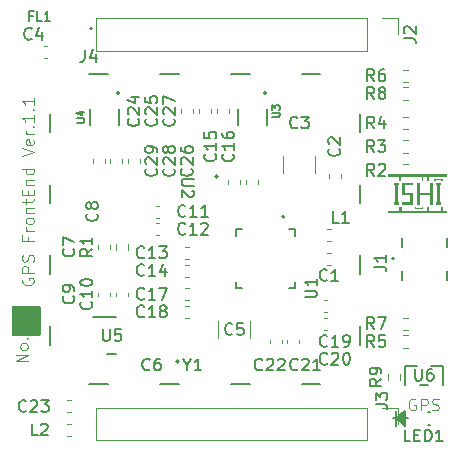
<source format=gto>
%TF.GenerationSoftware,KiCad,Pcbnew,9.0.4*%
%TF.CreationDate,2025-11-06T05:05:03+09:00*%
%TF.ProjectId,GPS_FrontEnd,4750535f-4672-46f6-9e74-456e642e6b69,Rev.1.1*%
%TF.SameCoordinates,Original*%
%TF.FileFunction,Legend,Top*%
%TF.FilePolarity,Positive*%
%FSLAX46Y46*%
G04 Gerber Fmt 4.6, Leading zero omitted, Abs format (unit mm)*
G04 Created by KiCad (PCBNEW 9.0.4) date 2025-11-06 05:05:03*
%MOMM*%
%LPD*%
G01*
G04 APERTURE LIST*
%ADD10C,0.100000*%
%ADD11C,0.150000*%
%ADD12C,0.120000*%
%ADD13C,0.152400*%
%ADD14C,0.127000*%
%ADD15C,0.200000*%
%ADD16C,0.000000*%
G04 APERTURE END LIST*
D10*
X157187693Y-112386638D02*
X157092455Y-112339019D01*
X157092455Y-112339019D02*
X156949598Y-112339019D01*
X156949598Y-112339019D02*
X156806741Y-112386638D01*
X156806741Y-112386638D02*
X156711503Y-112481876D01*
X156711503Y-112481876D02*
X156663884Y-112577114D01*
X156663884Y-112577114D02*
X156616265Y-112767590D01*
X156616265Y-112767590D02*
X156616265Y-112910447D01*
X156616265Y-112910447D02*
X156663884Y-113100923D01*
X156663884Y-113100923D02*
X156711503Y-113196161D01*
X156711503Y-113196161D02*
X156806741Y-113291400D01*
X156806741Y-113291400D02*
X156949598Y-113339019D01*
X156949598Y-113339019D02*
X157044836Y-113339019D01*
X157044836Y-113339019D02*
X157187693Y-113291400D01*
X157187693Y-113291400D02*
X157235312Y-113243780D01*
X157235312Y-113243780D02*
X157235312Y-112910447D01*
X157235312Y-112910447D02*
X157044836Y-112910447D01*
X157663884Y-113339019D02*
X157663884Y-112339019D01*
X157663884Y-112339019D02*
X158044836Y-112339019D01*
X158044836Y-112339019D02*
X158140074Y-112386638D01*
X158140074Y-112386638D02*
X158187693Y-112434257D01*
X158187693Y-112434257D02*
X158235312Y-112529495D01*
X158235312Y-112529495D02*
X158235312Y-112672352D01*
X158235312Y-112672352D02*
X158187693Y-112767590D01*
X158187693Y-112767590D02*
X158140074Y-112815209D01*
X158140074Y-112815209D02*
X158044836Y-112862828D01*
X158044836Y-112862828D02*
X157663884Y-112862828D01*
X158616265Y-113291400D02*
X158759122Y-113339019D01*
X158759122Y-113339019D02*
X158997217Y-113339019D01*
X158997217Y-113339019D02*
X159092455Y-113291400D01*
X159092455Y-113291400D02*
X159140074Y-113243780D01*
X159140074Y-113243780D02*
X159187693Y-113148542D01*
X159187693Y-113148542D02*
X159187693Y-113053304D01*
X159187693Y-113053304D02*
X159140074Y-112958066D01*
X159140074Y-112958066D02*
X159092455Y-112910447D01*
X159092455Y-112910447D02*
X158997217Y-112862828D01*
X158997217Y-112862828D02*
X158806741Y-112815209D01*
X158806741Y-112815209D02*
X158711503Y-112767590D01*
X158711503Y-112767590D02*
X158663884Y-112719971D01*
X158663884Y-112719971D02*
X158616265Y-112624733D01*
X158616265Y-112624733D02*
X158616265Y-112529495D01*
X158616265Y-112529495D02*
X158663884Y-112434257D01*
X158663884Y-112434257D02*
X158711503Y-112386638D01*
X158711503Y-112386638D02*
X158806741Y-112339019D01*
X158806741Y-112339019D02*
X159044836Y-112339019D01*
X159044836Y-112339019D02*
X159187693Y-112386638D01*
X123920038Y-102172306D02*
X123872419Y-102267544D01*
X123872419Y-102267544D02*
X123872419Y-102410401D01*
X123872419Y-102410401D02*
X123920038Y-102553258D01*
X123920038Y-102553258D02*
X124015276Y-102648496D01*
X124015276Y-102648496D02*
X124110514Y-102696115D01*
X124110514Y-102696115D02*
X124300990Y-102743734D01*
X124300990Y-102743734D02*
X124443847Y-102743734D01*
X124443847Y-102743734D02*
X124634323Y-102696115D01*
X124634323Y-102696115D02*
X124729561Y-102648496D01*
X124729561Y-102648496D02*
X124824800Y-102553258D01*
X124824800Y-102553258D02*
X124872419Y-102410401D01*
X124872419Y-102410401D02*
X124872419Y-102315163D01*
X124872419Y-102315163D02*
X124824800Y-102172306D01*
X124824800Y-102172306D02*
X124777180Y-102124687D01*
X124777180Y-102124687D02*
X124443847Y-102124687D01*
X124443847Y-102124687D02*
X124443847Y-102315163D01*
X124872419Y-101696115D02*
X123872419Y-101696115D01*
X123872419Y-101696115D02*
X123872419Y-101315163D01*
X123872419Y-101315163D02*
X123920038Y-101219925D01*
X123920038Y-101219925D02*
X123967657Y-101172306D01*
X123967657Y-101172306D02*
X124062895Y-101124687D01*
X124062895Y-101124687D02*
X124205752Y-101124687D01*
X124205752Y-101124687D02*
X124300990Y-101172306D01*
X124300990Y-101172306D02*
X124348609Y-101219925D01*
X124348609Y-101219925D02*
X124396228Y-101315163D01*
X124396228Y-101315163D02*
X124396228Y-101696115D01*
X124824800Y-100743734D02*
X124872419Y-100600877D01*
X124872419Y-100600877D02*
X124872419Y-100362782D01*
X124872419Y-100362782D02*
X124824800Y-100267544D01*
X124824800Y-100267544D02*
X124777180Y-100219925D01*
X124777180Y-100219925D02*
X124681942Y-100172306D01*
X124681942Y-100172306D02*
X124586704Y-100172306D01*
X124586704Y-100172306D02*
X124491466Y-100219925D01*
X124491466Y-100219925D02*
X124443847Y-100267544D01*
X124443847Y-100267544D02*
X124396228Y-100362782D01*
X124396228Y-100362782D02*
X124348609Y-100553258D01*
X124348609Y-100553258D02*
X124300990Y-100648496D01*
X124300990Y-100648496D02*
X124253371Y-100696115D01*
X124253371Y-100696115D02*
X124158133Y-100743734D01*
X124158133Y-100743734D02*
X124062895Y-100743734D01*
X124062895Y-100743734D02*
X123967657Y-100696115D01*
X123967657Y-100696115D02*
X123920038Y-100648496D01*
X123920038Y-100648496D02*
X123872419Y-100553258D01*
X123872419Y-100553258D02*
X123872419Y-100315163D01*
X123872419Y-100315163D02*
X123920038Y-100172306D01*
X124348609Y-98648496D02*
X124348609Y-98981829D01*
X124872419Y-98981829D02*
X123872419Y-98981829D01*
X123872419Y-98981829D02*
X123872419Y-98505639D01*
X124872419Y-98124686D02*
X124205752Y-98124686D01*
X124396228Y-98124686D02*
X124300990Y-98077067D01*
X124300990Y-98077067D02*
X124253371Y-98029448D01*
X124253371Y-98029448D02*
X124205752Y-97934210D01*
X124205752Y-97934210D02*
X124205752Y-97838972D01*
X124872419Y-97362781D02*
X124824800Y-97458019D01*
X124824800Y-97458019D02*
X124777180Y-97505638D01*
X124777180Y-97505638D02*
X124681942Y-97553257D01*
X124681942Y-97553257D02*
X124396228Y-97553257D01*
X124396228Y-97553257D02*
X124300990Y-97505638D01*
X124300990Y-97505638D02*
X124253371Y-97458019D01*
X124253371Y-97458019D02*
X124205752Y-97362781D01*
X124205752Y-97362781D02*
X124205752Y-97219924D01*
X124205752Y-97219924D02*
X124253371Y-97124686D01*
X124253371Y-97124686D02*
X124300990Y-97077067D01*
X124300990Y-97077067D02*
X124396228Y-97029448D01*
X124396228Y-97029448D02*
X124681942Y-97029448D01*
X124681942Y-97029448D02*
X124777180Y-97077067D01*
X124777180Y-97077067D02*
X124824800Y-97124686D01*
X124824800Y-97124686D02*
X124872419Y-97219924D01*
X124872419Y-97219924D02*
X124872419Y-97362781D01*
X124205752Y-96600876D02*
X124872419Y-96600876D01*
X124300990Y-96600876D02*
X124253371Y-96553257D01*
X124253371Y-96553257D02*
X124205752Y-96458019D01*
X124205752Y-96458019D02*
X124205752Y-96315162D01*
X124205752Y-96315162D02*
X124253371Y-96219924D01*
X124253371Y-96219924D02*
X124348609Y-96172305D01*
X124348609Y-96172305D02*
X124872419Y-96172305D01*
X124205752Y-95838971D02*
X124205752Y-95458019D01*
X123872419Y-95696114D02*
X124729561Y-95696114D01*
X124729561Y-95696114D02*
X124824800Y-95648495D01*
X124824800Y-95648495D02*
X124872419Y-95553257D01*
X124872419Y-95553257D02*
X124872419Y-95458019D01*
X124348609Y-95124685D02*
X124348609Y-94791352D01*
X124872419Y-94648495D02*
X124872419Y-95124685D01*
X124872419Y-95124685D02*
X123872419Y-95124685D01*
X123872419Y-95124685D02*
X123872419Y-94648495D01*
X124205752Y-94219923D02*
X124872419Y-94219923D01*
X124300990Y-94219923D02*
X124253371Y-94172304D01*
X124253371Y-94172304D02*
X124205752Y-94077066D01*
X124205752Y-94077066D02*
X124205752Y-93934209D01*
X124205752Y-93934209D02*
X124253371Y-93838971D01*
X124253371Y-93838971D02*
X124348609Y-93791352D01*
X124348609Y-93791352D02*
X124872419Y-93791352D01*
X124872419Y-92886590D02*
X123872419Y-92886590D01*
X124824800Y-92886590D02*
X124872419Y-92981828D01*
X124872419Y-92981828D02*
X124872419Y-93172304D01*
X124872419Y-93172304D02*
X124824800Y-93267542D01*
X124824800Y-93267542D02*
X124777180Y-93315161D01*
X124777180Y-93315161D02*
X124681942Y-93362780D01*
X124681942Y-93362780D02*
X124396228Y-93362780D01*
X124396228Y-93362780D02*
X124300990Y-93315161D01*
X124300990Y-93315161D02*
X124253371Y-93267542D01*
X124253371Y-93267542D02*
X124205752Y-93172304D01*
X124205752Y-93172304D02*
X124205752Y-92981828D01*
X124205752Y-92981828D02*
X124253371Y-92886590D01*
X123872419Y-91791351D02*
X124872419Y-91458018D01*
X124872419Y-91458018D02*
X123872419Y-91124685D01*
X124824800Y-90410399D02*
X124872419Y-90505637D01*
X124872419Y-90505637D02*
X124872419Y-90696113D01*
X124872419Y-90696113D02*
X124824800Y-90791351D01*
X124824800Y-90791351D02*
X124729561Y-90838970D01*
X124729561Y-90838970D02*
X124348609Y-90838970D01*
X124348609Y-90838970D02*
X124253371Y-90791351D01*
X124253371Y-90791351D02*
X124205752Y-90696113D01*
X124205752Y-90696113D02*
X124205752Y-90505637D01*
X124205752Y-90505637D02*
X124253371Y-90410399D01*
X124253371Y-90410399D02*
X124348609Y-90362780D01*
X124348609Y-90362780D02*
X124443847Y-90362780D01*
X124443847Y-90362780D02*
X124539085Y-90838970D01*
X124872419Y-89934208D02*
X124205752Y-89934208D01*
X124396228Y-89934208D02*
X124300990Y-89886589D01*
X124300990Y-89886589D02*
X124253371Y-89838970D01*
X124253371Y-89838970D02*
X124205752Y-89743732D01*
X124205752Y-89743732D02*
X124205752Y-89648494D01*
X124777180Y-89315160D02*
X124824800Y-89267541D01*
X124824800Y-89267541D02*
X124872419Y-89315160D01*
X124872419Y-89315160D02*
X124824800Y-89362779D01*
X124824800Y-89362779D02*
X124777180Y-89315160D01*
X124777180Y-89315160D02*
X124872419Y-89315160D01*
X124872419Y-88315161D02*
X124872419Y-88886589D01*
X124872419Y-88600875D02*
X123872419Y-88600875D01*
X123872419Y-88600875D02*
X124015276Y-88696113D01*
X124015276Y-88696113D02*
X124110514Y-88791351D01*
X124110514Y-88791351D02*
X124158133Y-88886589D01*
X124777180Y-87886589D02*
X124824800Y-87838970D01*
X124824800Y-87838970D02*
X124872419Y-87886589D01*
X124872419Y-87886589D02*
X124824800Y-87934208D01*
X124824800Y-87934208D02*
X124777180Y-87886589D01*
X124777180Y-87886589D02*
X124872419Y-87886589D01*
X124872419Y-86886590D02*
X124872419Y-87458018D01*
X124872419Y-87172304D02*
X123872419Y-87172304D01*
X123872419Y-87172304D02*
X124015276Y-87267542D01*
X124015276Y-87267542D02*
X124110514Y-87362780D01*
X124110514Y-87362780D02*
X124158133Y-87458018D01*
X124372419Y-109196115D02*
X123372419Y-109196115D01*
X123372419Y-109196115D02*
X124372419Y-108624687D01*
X124372419Y-108624687D02*
X123372419Y-108624687D01*
X124372419Y-108005639D02*
X124324800Y-108100877D01*
X124324800Y-108100877D02*
X124277180Y-108148496D01*
X124277180Y-108148496D02*
X124181942Y-108196115D01*
X124181942Y-108196115D02*
X123896228Y-108196115D01*
X123896228Y-108196115D02*
X123800990Y-108148496D01*
X123800990Y-108148496D02*
X123753371Y-108100877D01*
X123753371Y-108100877D02*
X123705752Y-108005639D01*
X123705752Y-108005639D02*
X123705752Y-107862782D01*
X123705752Y-107862782D02*
X123753371Y-107767544D01*
X123753371Y-107767544D02*
X123800990Y-107719925D01*
X123800990Y-107719925D02*
X123896228Y-107672306D01*
X123896228Y-107672306D02*
X124181942Y-107672306D01*
X124181942Y-107672306D02*
X124277180Y-107719925D01*
X124277180Y-107719925D02*
X124324800Y-107767544D01*
X124324800Y-107767544D02*
X124372419Y-107862782D01*
X124372419Y-107862782D02*
X124372419Y-108005639D01*
X124277180Y-107243734D02*
X124324800Y-107196115D01*
X124324800Y-107196115D02*
X124372419Y-107243734D01*
X124372419Y-107243734D02*
X124324800Y-107291353D01*
X124324800Y-107291353D02*
X124277180Y-107243734D01*
X124277180Y-107243734D02*
X124372419Y-107243734D01*
D11*
X156194819Y-81833333D02*
X156909104Y-81833333D01*
X156909104Y-81833333D02*
X157051961Y-81880952D01*
X157051961Y-81880952D02*
X157147200Y-81976190D01*
X157147200Y-81976190D02*
X157194819Y-82119047D01*
X157194819Y-82119047D02*
X157194819Y-82214285D01*
X156290057Y-81404761D02*
X156242438Y-81357142D01*
X156242438Y-81357142D02*
X156194819Y-81261904D01*
X156194819Y-81261904D02*
X156194819Y-81023809D01*
X156194819Y-81023809D02*
X156242438Y-80928571D01*
X156242438Y-80928571D02*
X156290057Y-80880952D01*
X156290057Y-80880952D02*
X156385295Y-80833333D01*
X156385295Y-80833333D02*
X156480533Y-80833333D01*
X156480533Y-80833333D02*
X156623390Y-80880952D01*
X156623390Y-80880952D02*
X157194819Y-81452380D01*
X157194819Y-81452380D02*
X157194819Y-80833333D01*
X153693333Y-93454819D02*
X153360000Y-92978628D01*
X153121905Y-93454819D02*
X153121905Y-92454819D01*
X153121905Y-92454819D02*
X153502857Y-92454819D01*
X153502857Y-92454819D02*
X153598095Y-92502438D01*
X153598095Y-92502438D02*
X153645714Y-92550057D01*
X153645714Y-92550057D02*
X153693333Y-92645295D01*
X153693333Y-92645295D02*
X153693333Y-92788152D01*
X153693333Y-92788152D02*
X153645714Y-92883390D01*
X153645714Y-92883390D02*
X153598095Y-92931009D01*
X153598095Y-92931009D02*
X153502857Y-92978628D01*
X153502857Y-92978628D02*
X153121905Y-92978628D01*
X154074286Y-92550057D02*
X154121905Y-92502438D01*
X154121905Y-92502438D02*
X154217143Y-92454819D01*
X154217143Y-92454819D02*
X154455238Y-92454819D01*
X154455238Y-92454819D02*
X154550476Y-92502438D01*
X154550476Y-92502438D02*
X154598095Y-92550057D01*
X154598095Y-92550057D02*
X154645714Y-92645295D01*
X154645714Y-92645295D02*
X154645714Y-92740533D01*
X154645714Y-92740533D02*
X154598095Y-92883390D01*
X154598095Y-92883390D02*
X154026667Y-93454819D01*
X154026667Y-93454819D02*
X154645714Y-93454819D01*
X138404381Y-93738095D02*
X137594858Y-93738095D01*
X137594858Y-93738095D02*
X137499620Y-93785714D01*
X137499620Y-93785714D02*
X137452001Y-93833333D01*
X137452001Y-93833333D02*
X137404381Y-93928571D01*
X137404381Y-93928571D02*
X137404381Y-94119047D01*
X137404381Y-94119047D02*
X137452001Y-94214285D01*
X137452001Y-94214285D02*
X137499620Y-94261904D01*
X137499620Y-94261904D02*
X137594858Y-94309523D01*
X137594858Y-94309523D02*
X138404381Y-94309523D01*
X138309143Y-94738095D02*
X138356762Y-94785714D01*
X138356762Y-94785714D02*
X138404381Y-94880952D01*
X138404381Y-94880952D02*
X138404381Y-95119047D01*
X138404381Y-95119047D02*
X138356762Y-95214285D01*
X138356762Y-95214285D02*
X138309143Y-95261904D01*
X138309143Y-95261904D02*
X138213905Y-95309523D01*
X138213905Y-95309523D02*
X138118667Y-95309523D01*
X138118667Y-95309523D02*
X137975810Y-95261904D01*
X137975810Y-95261904D02*
X137404381Y-94690476D01*
X137404381Y-94690476D02*
X137404381Y-95309523D01*
X134217142Y-103859580D02*
X134169523Y-103907200D01*
X134169523Y-103907200D02*
X134026666Y-103954819D01*
X134026666Y-103954819D02*
X133931428Y-103954819D01*
X133931428Y-103954819D02*
X133788571Y-103907200D01*
X133788571Y-103907200D02*
X133693333Y-103811961D01*
X133693333Y-103811961D02*
X133645714Y-103716723D01*
X133645714Y-103716723D02*
X133598095Y-103526247D01*
X133598095Y-103526247D02*
X133598095Y-103383390D01*
X133598095Y-103383390D02*
X133645714Y-103192914D01*
X133645714Y-103192914D02*
X133693333Y-103097676D01*
X133693333Y-103097676D02*
X133788571Y-103002438D01*
X133788571Y-103002438D02*
X133931428Y-102954819D01*
X133931428Y-102954819D02*
X134026666Y-102954819D01*
X134026666Y-102954819D02*
X134169523Y-103002438D01*
X134169523Y-103002438D02*
X134217142Y-103050057D01*
X135169523Y-103954819D02*
X134598095Y-103954819D01*
X134883809Y-103954819D02*
X134883809Y-102954819D01*
X134883809Y-102954819D02*
X134788571Y-103097676D01*
X134788571Y-103097676D02*
X134693333Y-103192914D01*
X134693333Y-103192914D02*
X134598095Y-103240533D01*
X135502857Y-102954819D02*
X136169523Y-102954819D01*
X136169523Y-102954819D02*
X135740952Y-103954819D01*
X129719580Y-104142857D02*
X129767200Y-104190476D01*
X129767200Y-104190476D02*
X129814819Y-104333333D01*
X129814819Y-104333333D02*
X129814819Y-104428571D01*
X129814819Y-104428571D02*
X129767200Y-104571428D01*
X129767200Y-104571428D02*
X129671961Y-104666666D01*
X129671961Y-104666666D02*
X129576723Y-104714285D01*
X129576723Y-104714285D02*
X129386247Y-104761904D01*
X129386247Y-104761904D02*
X129243390Y-104761904D01*
X129243390Y-104761904D02*
X129052914Y-104714285D01*
X129052914Y-104714285D02*
X128957676Y-104666666D01*
X128957676Y-104666666D02*
X128862438Y-104571428D01*
X128862438Y-104571428D02*
X128814819Y-104428571D01*
X128814819Y-104428571D02*
X128814819Y-104333333D01*
X128814819Y-104333333D02*
X128862438Y-104190476D01*
X128862438Y-104190476D02*
X128910057Y-104142857D01*
X129814819Y-103190476D02*
X129814819Y-103761904D01*
X129814819Y-103476190D02*
X128814819Y-103476190D01*
X128814819Y-103476190D02*
X128957676Y-103571428D01*
X128957676Y-103571428D02*
X129052914Y-103666666D01*
X129052914Y-103666666D02*
X129100533Y-103761904D01*
X128814819Y-102571428D02*
X128814819Y-102476190D01*
X128814819Y-102476190D02*
X128862438Y-102380952D01*
X128862438Y-102380952D02*
X128910057Y-102333333D01*
X128910057Y-102333333D02*
X129005295Y-102285714D01*
X129005295Y-102285714D02*
X129195771Y-102238095D01*
X129195771Y-102238095D02*
X129433866Y-102238095D01*
X129433866Y-102238095D02*
X129624342Y-102285714D01*
X129624342Y-102285714D02*
X129719580Y-102333333D01*
X129719580Y-102333333D02*
X129767200Y-102380952D01*
X129767200Y-102380952D02*
X129814819Y-102476190D01*
X129814819Y-102476190D02*
X129814819Y-102571428D01*
X129814819Y-102571428D02*
X129767200Y-102666666D01*
X129767200Y-102666666D02*
X129719580Y-102714285D01*
X129719580Y-102714285D02*
X129624342Y-102761904D01*
X129624342Y-102761904D02*
X129433866Y-102809523D01*
X129433866Y-102809523D02*
X129195771Y-102809523D01*
X129195771Y-102809523D02*
X129005295Y-102761904D01*
X129005295Y-102761904D02*
X128910057Y-102714285D01*
X128910057Y-102714285D02*
X128862438Y-102666666D01*
X128862438Y-102666666D02*
X128814819Y-102571428D01*
X140219580Y-91642857D02*
X140267200Y-91690476D01*
X140267200Y-91690476D02*
X140314819Y-91833333D01*
X140314819Y-91833333D02*
X140314819Y-91928571D01*
X140314819Y-91928571D02*
X140267200Y-92071428D01*
X140267200Y-92071428D02*
X140171961Y-92166666D01*
X140171961Y-92166666D02*
X140076723Y-92214285D01*
X140076723Y-92214285D02*
X139886247Y-92261904D01*
X139886247Y-92261904D02*
X139743390Y-92261904D01*
X139743390Y-92261904D02*
X139552914Y-92214285D01*
X139552914Y-92214285D02*
X139457676Y-92166666D01*
X139457676Y-92166666D02*
X139362438Y-92071428D01*
X139362438Y-92071428D02*
X139314819Y-91928571D01*
X139314819Y-91928571D02*
X139314819Y-91833333D01*
X139314819Y-91833333D02*
X139362438Y-91690476D01*
X139362438Y-91690476D02*
X139410057Y-91642857D01*
X140314819Y-90690476D02*
X140314819Y-91261904D01*
X140314819Y-90976190D02*
X139314819Y-90976190D01*
X139314819Y-90976190D02*
X139457676Y-91071428D01*
X139457676Y-91071428D02*
X139552914Y-91166666D01*
X139552914Y-91166666D02*
X139600533Y-91261904D01*
X139314819Y-89785714D02*
X139314819Y-90261904D01*
X139314819Y-90261904D02*
X139791009Y-90309523D01*
X139791009Y-90309523D02*
X139743390Y-90261904D01*
X139743390Y-90261904D02*
X139695771Y-90166666D01*
X139695771Y-90166666D02*
X139695771Y-89928571D01*
X139695771Y-89928571D02*
X139743390Y-89833333D01*
X139743390Y-89833333D02*
X139791009Y-89785714D01*
X139791009Y-89785714D02*
X139886247Y-89738095D01*
X139886247Y-89738095D02*
X140124342Y-89738095D01*
X140124342Y-89738095D02*
X140219580Y-89785714D01*
X140219580Y-89785714D02*
X140267200Y-89833333D01*
X140267200Y-89833333D02*
X140314819Y-89928571D01*
X140314819Y-89928571D02*
X140314819Y-90166666D01*
X140314819Y-90166666D02*
X140267200Y-90261904D01*
X140267200Y-90261904D02*
X140219580Y-90309523D01*
X134217142Y-100359580D02*
X134169523Y-100407200D01*
X134169523Y-100407200D02*
X134026666Y-100454819D01*
X134026666Y-100454819D02*
X133931428Y-100454819D01*
X133931428Y-100454819D02*
X133788571Y-100407200D01*
X133788571Y-100407200D02*
X133693333Y-100311961D01*
X133693333Y-100311961D02*
X133645714Y-100216723D01*
X133645714Y-100216723D02*
X133598095Y-100026247D01*
X133598095Y-100026247D02*
X133598095Y-99883390D01*
X133598095Y-99883390D02*
X133645714Y-99692914D01*
X133645714Y-99692914D02*
X133693333Y-99597676D01*
X133693333Y-99597676D02*
X133788571Y-99502438D01*
X133788571Y-99502438D02*
X133931428Y-99454819D01*
X133931428Y-99454819D02*
X134026666Y-99454819D01*
X134026666Y-99454819D02*
X134169523Y-99502438D01*
X134169523Y-99502438D02*
X134217142Y-99550057D01*
X135169523Y-100454819D02*
X134598095Y-100454819D01*
X134883809Y-100454819D02*
X134883809Y-99454819D01*
X134883809Y-99454819D02*
X134788571Y-99597676D01*
X134788571Y-99597676D02*
X134693333Y-99692914D01*
X134693333Y-99692914D02*
X134598095Y-99740533D01*
X135502857Y-99454819D02*
X136121904Y-99454819D01*
X136121904Y-99454819D02*
X135788571Y-99835771D01*
X135788571Y-99835771D02*
X135931428Y-99835771D01*
X135931428Y-99835771D02*
X136026666Y-99883390D01*
X136026666Y-99883390D02*
X136074285Y-99931009D01*
X136074285Y-99931009D02*
X136121904Y-100026247D01*
X136121904Y-100026247D02*
X136121904Y-100264342D01*
X136121904Y-100264342D02*
X136074285Y-100359580D01*
X136074285Y-100359580D02*
X136026666Y-100407200D01*
X136026666Y-100407200D02*
X135931428Y-100454819D01*
X135931428Y-100454819D02*
X135645714Y-100454819D01*
X135645714Y-100454819D02*
X135550476Y-100407200D01*
X135550476Y-100407200D02*
X135502857Y-100359580D01*
X153693333Y-85454819D02*
X153360000Y-84978628D01*
X153121905Y-85454819D02*
X153121905Y-84454819D01*
X153121905Y-84454819D02*
X153502857Y-84454819D01*
X153502857Y-84454819D02*
X153598095Y-84502438D01*
X153598095Y-84502438D02*
X153645714Y-84550057D01*
X153645714Y-84550057D02*
X153693333Y-84645295D01*
X153693333Y-84645295D02*
X153693333Y-84788152D01*
X153693333Y-84788152D02*
X153645714Y-84883390D01*
X153645714Y-84883390D02*
X153598095Y-84931009D01*
X153598095Y-84931009D02*
X153502857Y-84978628D01*
X153502857Y-84978628D02*
X153121905Y-84978628D01*
X154550476Y-84454819D02*
X154360000Y-84454819D01*
X154360000Y-84454819D02*
X154264762Y-84502438D01*
X154264762Y-84502438D02*
X154217143Y-84550057D01*
X154217143Y-84550057D02*
X154121905Y-84692914D01*
X154121905Y-84692914D02*
X154074286Y-84883390D01*
X154074286Y-84883390D02*
X154074286Y-85264342D01*
X154074286Y-85264342D02*
X154121905Y-85359580D01*
X154121905Y-85359580D02*
X154169524Y-85407200D01*
X154169524Y-85407200D02*
X154264762Y-85454819D01*
X154264762Y-85454819D02*
X154455238Y-85454819D01*
X154455238Y-85454819D02*
X154550476Y-85407200D01*
X154550476Y-85407200D02*
X154598095Y-85359580D01*
X154598095Y-85359580D02*
X154645714Y-85264342D01*
X154645714Y-85264342D02*
X154645714Y-85026247D01*
X154645714Y-85026247D02*
X154598095Y-84931009D01*
X154598095Y-84931009D02*
X154550476Y-84883390D01*
X154550476Y-84883390D02*
X154455238Y-84835771D01*
X154455238Y-84835771D02*
X154264762Y-84835771D01*
X154264762Y-84835771D02*
X154169524Y-84883390D01*
X154169524Y-84883390D02*
X154121905Y-84931009D01*
X154121905Y-84931009D02*
X154074286Y-85026247D01*
X141719580Y-91642857D02*
X141767200Y-91690476D01*
X141767200Y-91690476D02*
X141814819Y-91833333D01*
X141814819Y-91833333D02*
X141814819Y-91928571D01*
X141814819Y-91928571D02*
X141767200Y-92071428D01*
X141767200Y-92071428D02*
X141671961Y-92166666D01*
X141671961Y-92166666D02*
X141576723Y-92214285D01*
X141576723Y-92214285D02*
X141386247Y-92261904D01*
X141386247Y-92261904D02*
X141243390Y-92261904D01*
X141243390Y-92261904D02*
X141052914Y-92214285D01*
X141052914Y-92214285D02*
X140957676Y-92166666D01*
X140957676Y-92166666D02*
X140862438Y-92071428D01*
X140862438Y-92071428D02*
X140814819Y-91928571D01*
X140814819Y-91928571D02*
X140814819Y-91833333D01*
X140814819Y-91833333D02*
X140862438Y-91690476D01*
X140862438Y-91690476D02*
X140910057Y-91642857D01*
X141814819Y-90690476D02*
X141814819Y-91261904D01*
X141814819Y-90976190D02*
X140814819Y-90976190D01*
X140814819Y-90976190D02*
X140957676Y-91071428D01*
X140957676Y-91071428D02*
X141052914Y-91166666D01*
X141052914Y-91166666D02*
X141100533Y-91261904D01*
X140814819Y-89833333D02*
X140814819Y-90023809D01*
X140814819Y-90023809D02*
X140862438Y-90119047D01*
X140862438Y-90119047D02*
X140910057Y-90166666D01*
X140910057Y-90166666D02*
X141052914Y-90261904D01*
X141052914Y-90261904D02*
X141243390Y-90309523D01*
X141243390Y-90309523D02*
X141624342Y-90309523D01*
X141624342Y-90309523D02*
X141719580Y-90261904D01*
X141719580Y-90261904D02*
X141767200Y-90214285D01*
X141767200Y-90214285D02*
X141814819Y-90119047D01*
X141814819Y-90119047D02*
X141814819Y-89928571D01*
X141814819Y-89928571D02*
X141767200Y-89833333D01*
X141767200Y-89833333D02*
X141719580Y-89785714D01*
X141719580Y-89785714D02*
X141624342Y-89738095D01*
X141624342Y-89738095D02*
X141386247Y-89738095D01*
X141386247Y-89738095D02*
X141291009Y-89785714D01*
X141291009Y-89785714D02*
X141243390Y-89833333D01*
X141243390Y-89833333D02*
X141195771Y-89928571D01*
X141195771Y-89928571D02*
X141195771Y-90119047D01*
X141195771Y-90119047D02*
X141243390Y-90214285D01*
X141243390Y-90214285D02*
X141291009Y-90261904D01*
X141291009Y-90261904D02*
X141386247Y-90309523D01*
X134693333Y-109859580D02*
X134645714Y-109907200D01*
X134645714Y-109907200D02*
X134502857Y-109954819D01*
X134502857Y-109954819D02*
X134407619Y-109954819D01*
X134407619Y-109954819D02*
X134264762Y-109907200D01*
X134264762Y-109907200D02*
X134169524Y-109811961D01*
X134169524Y-109811961D02*
X134121905Y-109716723D01*
X134121905Y-109716723D02*
X134074286Y-109526247D01*
X134074286Y-109526247D02*
X134074286Y-109383390D01*
X134074286Y-109383390D02*
X134121905Y-109192914D01*
X134121905Y-109192914D02*
X134169524Y-109097676D01*
X134169524Y-109097676D02*
X134264762Y-109002438D01*
X134264762Y-109002438D02*
X134407619Y-108954819D01*
X134407619Y-108954819D02*
X134502857Y-108954819D01*
X134502857Y-108954819D02*
X134645714Y-109002438D01*
X134645714Y-109002438D02*
X134693333Y-109050057D01*
X135550476Y-108954819D02*
X135360000Y-108954819D01*
X135360000Y-108954819D02*
X135264762Y-109002438D01*
X135264762Y-109002438D02*
X135217143Y-109050057D01*
X135217143Y-109050057D02*
X135121905Y-109192914D01*
X135121905Y-109192914D02*
X135074286Y-109383390D01*
X135074286Y-109383390D02*
X135074286Y-109764342D01*
X135074286Y-109764342D02*
X135121905Y-109859580D01*
X135121905Y-109859580D02*
X135169524Y-109907200D01*
X135169524Y-109907200D02*
X135264762Y-109954819D01*
X135264762Y-109954819D02*
X135455238Y-109954819D01*
X135455238Y-109954819D02*
X135550476Y-109907200D01*
X135550476Y-109907200D02*
X135598095Y-109859580D01*
X135598095Y-109859580D02*
X135645714Y-109764342D01*
X135645714Y-109764342D02*
X135645714Y-109526247D01*
X135645714Y-109526247D02*
X135598095Y-109431009D01*
X135598095Y-109431009D02*
X135550476Y-109383390D01*
X135550476Y-109383390D02*
X135455238Y-109335771D01*
X135455238Y-109335771D02*
X135264762Y-109335771D01*
X135264762Y-109335771D02*
X135169524Y-109383390D01*
X135169524Y-109383390D02*
X135121905Y-109431009D01*
X135121905Y-109431009D02*
X135074286Y-109526247D01*
X153693333Y-107954819D02*
X153360000Y-107478628D01*
X153121905Y-107954819D02*
X153121905Y-106954819D01*
X153121905Y-106954819D02*
X153502857Y-106954819D01*
X153502857Y-106954819D02*
X153598095Y-107002438D01*
X153598095Y-107002438D02*
X153645714Y-107050057D01*
X153645714Y-107050057D02*
X153693333Y-107145295D01*
X153693333Y-107145295D02*
X153693333Y-107288152D01*
X153693333Y-107288152D02*
X153645714Y-107383390D01*
X153645714Y-107383390D02*
X153598095Y-107431009D01*
X153598095Y-107431009D02*
X153502857Y-107478628D01*
X153502857Y-107478628D02*
X153121905Y-107478628D01*
X154598095Y-106954819D02*
X154121905Y-106954819D01*
X154121905Y-106954819D02*
X154074286Y-107431009D01*
X154074286Y-107431009D02*
X154121905Y-107383390D01*
X154121905Y-107383390D02*
X154217143Y-107335771D01*
X154217143Y-107335771D02*
X154455238Y-107335771D01*
X154455238Y-107335771D02*
X154550476Y-107383390D01*
X154550476Y-107383390D02*
X154598095Y-107431009D01*
X154598095Y-107431009D02*
X154645714Y-107526247D01*
X154645714Y-107526247D02*
X154645714Y-107764342D01*
X154645714Y-107764342D02*
X154598095Y-107859580D01*
X154598095Y-107859580D02*
X154550476Y-107907200D01*
X154550476Y-107907200D02*
X154455238Y-107954819D01*
X154455238Y-107954819D02*
X154217143Y-107954819D01*
X154217143Y-107954819D02*
X154121905Y-107907200D01*
X154121905Y-107907200D02*
X154074286Y-107859580D01*
X156740952Y-115954819D02*
X156264762Y-115954819D01*
X156264762Y-115954819D02*
X156264762Y-114954819D01*
X157074286Y-115431009D02*
X157407619Y-115431009D01*
X157550476Y-115954819D02*
X157074286Y-115954819D01*
X157074286Y-115954819D02*
X157074286Y-114954819D01*
X157074286Y-114954819D02*
X157550476Y-114954819D01*
X157979048Y-115954819D02*
X157979048Y-114954819D01*
X157979048Y-114954819D02*
X158217143Y-114954819D01*
X158217143Y-114954819D02*
X158360000Y-115002438D01*
X158360000Y-115002438D02*
X158455238Y-115097676D01*
X158455238Y-115097676D02*
X158502857Y-115192914D01*
X158502857Y-115192914D02*
X158550476Y-115383390D01*
X158550476Y-115383390D02*
X158550476Y-115526247D01*
X158550476Y-115526247D02*
X158502857Y-115716723D01*
X158502857Y-115716723D02*
X158455238Y-115811961D01*
X158455238Y-115811961D02*
X158360000Y-115907200D01*
X158360000Y-115907200D02*
X158217143Y-115954819D01*
X158217143Y-115954819D02*
X157979048Y-115954819D01*
X159502857Y-115954819D02*
X158931429Y-115954819D01*
X159217143Y-115954819D02*
X159217143Y-114954819D01*
X159217143Y-114954819D02*
X159121905Y-115097676D01*
X159121905Y-115097676D02*
X159026667Y-115192914D01*
X159026667Y-115192914D02*
X158931429Y-115240533D01*
X147814819Y-103761904D02*
X148624342Y-103761904D01*
X148624342Y-103761904D02*
X148719580Y-103714285D01*
X148719580Y-103714285D02*
X148767200Y-103666666D01*
X148767200Y-103666666D02*
X148814819Y-103571428D01*
X148814819Y-103571428D02*
X148814819Y-103380952D01*
X148814819Y-103380952D02*
X148767200Y-103285714D01*
X148767200Y-103285714D02*
X148719580Y-103238095D01*
X148719580Y-103238095D02*
X148624342Y-103190476D01*
X148624342Y-103190476D02*
X147814819Y-103190476D01*
X148814819Y-102190476D02*
X148814819Y-102761904D01*
X148814819Y-102476190D02*
X147814819Y-102476190D01*
X147814819Y-102476190D02*
X147957676Y-102571428D01*
X147957676Y-102571428D02*
X148052914Y-102666666D01*
X148052914Y-102666666D02*
X148100533Y-102761904D01*
X149693333Y-102289580D02*
X149645714Y-102337200D01*
X149645714Y-102337200D02*
X149502857Y-102384819D01*
X149502857Y-102384819D02*
X149407619Y-102384819D01*
X149407619Y-102384819D02*
X149264762Y-102337200D01*
X149264762Y-102337200D02*
X149169524Y-102241961D01*
X149169524Y-102241961D02*
X149121905Y-102146723D01*
X149121905Y-102146723D02*
X149074286Y-101956247D01*
X149074286Y-101956247D02*
X149074286Y-101813390D01*
X149074286Y-101813390D02*
X149121905Y-101622914D01*
X149121905Y-101622914D02*
X149169524Y-101527676D01*
X149169524Y-101527676D02*
X149264762Y-101432438D01*
X149264762Y-101432438D02*
X149407619Y-101384819D01*
X149407619Y-101384819D02*
X149502857Y-101384819D01*
X149502857Y-101384819D02*
X149645714Y-101432438D01*
X149645714Y-101432438D02*
X149693333Y-101480057D01*
X150645714Y-102384819D02*
X150074286Y-102384819D01*
X150360000Y-102384819D02*
X150360000Y-101384819D01*
X150360000Y-101384819D02*
X150264762Y-101527676D01*
X150264762Y-101527676D02*
X150169524Y-101622914D01*
X150169524Y-101622914D02*
X150074286Y-101670533D01*
X147193333Y-89359580D02*
X147145714Y-89407200D01*
X147145714Y-89407200D02*
X147002857Y-89454819D01*
X147002857Y-89454819D02*
X146907619Y-89454819D01*
X146907619Y-89454819D02*
X146764762Y-89407200D01*
X146764762Y-89407200D02*
X146669524Y-89311961D01*
X146669524Y-89311961D02*
X146621905Y-89216723D01*
X146621905Y-89216723D02*
X146574286Y-89026247D01*
X146574286Y-89026247D02*
X146574286Y-88883390D01*
X146574286Y-88883390D02*
X146621905Y-88692914D01*
X146621905Y-88692914D02*
X146669524Y-88597676D01*
X146669524Y-88597676D02*
X146764762Y-88502438D01*
X146764762Y-88502438D02*
X146907619Y-88454819D01*
X146907619Y-88454819D02*
X147002857Y-88454819D01*
X147002857Y-88454819D02*
X147145714Y-88502438D01*
X147145714Y-88502438D02*
X147193333Y-88550057D01*
X147526667Y-88454819D02*
X148145714Y-88454819D01*
X148145714Y-88454819D02*
X147812381Y-88835771D01*
X147812381Y-88835771D02*
X147955238Y-88835771D01*
X147955238Y-88835771D02*
X148050476Y-88883390D01*
X148050476Y-88883390D02*
X148098095Y-88931009D01*
X148098095Y-88931009D02*
X148145714Y-89026247D01*
X148145714Y-89026247D02*
X148145714Y-89264342D01*
X148145714Y-89264342D02*
X148098095Y-89359580D01*
X148098095Y-89359580D02*
X148050476Y-89407200D01*
X148050476Y-89407200D02*
X147955238Y-89454819D01*
X147955238Y-89454819D02*
X147669524Y-89454819D01*
X147669524Y-89454819D02*
X147574286Y-89407200D01*
X147574286Y-89407200D02*
X147526667Y-89359580D01*
X145064676Y-88487619D02*
X145582771Y-88487619D01*
X145582771Y-88487619D02*
X145643723Y-88457142D01*
X145643723Y-88457142D02*
X145674200Y-88426666D01*
X145674200Y-88426666D02*
X145704676Y-88365714D01*
X145704676Y-88365714D02*
X145704676Y-88243809D01*
X145704676Y-88243809D02*
X145674200Y-88182857D01*
X145674200Y-88182857D02*
X145643723Y-88152380D01*
X145643723Y-88152380D02*
X145582771Y-88121904D01*
X145582771Y-88121904D02*
X145064676Y-88121904D01*
X145064676Y-87878095D02*
X145064676Y-87481904D01*
X145064676Y-87481904D02*
X145308485Y-87695238D01*
X145308485Y-87695238D02*
X145308485Y-87603809D01*
X145308485Y-87603809D02*
X145338961Y-87542857D01*
X145338961Y-87542857D02*
X145369438Y-87512381D01*
X145369438Y-87512381D02*
X145430390Y-87481904D01*
X145430390Y-87481904D02*
X145582771Y-87481904D01*
X145582771Y-87481904D02*
X145643723Y-87512381D01*
X145643723Y-87512381D02*
X145674200Y-87542857D01*
X145674200Y-87542857D02*
X145704676Y-87603809D01*
X145704676Y-87603809D02*
X145704676Y-87786666D01*
X145704676Y-87786666D02*
X145674200Y-87847619D01*
X145674200Y-87847619D02*
X145643723Y-87878095D01*
X124693333Y-81859580D02*
X124645714Y-81907200D01*
X124645714Y-81907200D02*
X124502857Y-81954819D01*
X124502857Y-81954819D02*
X124407619Y-81954819D01*
X124407619Y-81954819D02*
X124264762Y-81907200D01*
X124264762Y-81907200D02*
X124169524Y-81811961D01*
X124169524Y-81811961D02*
X124121905Y-81716723D01*
X124121905Y-81716723D02*
X124074286Y-81526247D01*
X124074286Y-81526247D02*
X124074286Y-81383390D01*
X124074286Y-81383390D02*
X124121905Y-81192914D01*
X124121905Y-81192914D02*
X124169524Y-81097676D01*
X124169524Y-81097676D02*
X124264762Y-81002438D01*
X124264762Y-81002438D02*
X124407619Y-80954819D01*
X124407619Y-80954819D02*
X124502857Y-80954819D01*
X124502857Y-80954819D02*
X124645714Y-81002438D01*
X124645714Y-81002438D02*
X124693333Y-81050057D01*
X125550476Y-81288152D02*
X125550476Y-81954819D01*
X125312381Y-80907200D02*
X125074286Y-81621485D01*
X125074286Y-81621485D02*
X125693333Y-81621485D01*
X153693333Y-91454819D02*
X153360000Y-90978628D01*
X153121905Y-91454819D02*
X153121905Y-90454819D01*
X153121905Y-90454819D02*
X153502857Y-90454819D01*
X153502857Y-90454819D02*
X153598095Y-90502438D01*
X153598095Y-90502438D02*
X153645714Y-90550057D01*
X153645714Y-90550057D02*
X153693333Y-90645295D01*
X153693333Y-90645295D02*
X153693333Y-90788152D01*
X153693333Y-90788152D02*
X153645714Y-90883390D01*
X153645714Y-90883390D02*
X153598095Y-90931009D01*
X153598095Y-90931009D02*
X153502857Y-90978628D01*
X153502857Y-90978628D02*
X153121905Y-90978628D01*
X154026667Y-90454819D02*
X154645714Y-90454819D01*
X154645714Y-90454819D02*
X154312381Y-90835771D01*
X154312381Y-90835771D02*
X154455238Y-90835771D01*
X154455238Y-90835771D02*
X154550476Y-90883390D01*
X154550476Y-90883390D02*
X154598095Y-90931009D01*
X154598095Y-90931009D02*
X154645714Y-91026247D01*
X154645714Y-91026247D02*
X154645714Y-91264342D01*
X154645714Y-91264342D02*
X154598095Y-91359580D01*
X154598095Y-91359580D02*
X154550476Y-91407200D01*
X154550476Y-91407200D02*
X154455238Y-91454819D01*
X154455238Y-91454819D02*
X154169524Y-91454819D01*
X154169524Y-91454819D02*
X154074286Y-91407200D01*
X154074286Y-91407200D02*
X154026667Y-91359580D01*
X136719580Y-88642857D02*
X136767200Y-88690476D01*
X136767200Y-88690476D02*
X136814819Y-88833333D01*
X136814819Y-88833333D02*
X136814819Y-88928571D01*
X136814819Y-88928571D02*
X136767200Y-89071428D01*
X136767200Y-89071428D02*
X136671961Y-89166666D01*
X136671961Y-89166666D02*
X136576723Y-89214285D01*
X136576723Y-89214285D02*
X136386247Y-89261904D01*
X136386247Y-89261904D02*
X136243390Y-89261904D01*
X136243390Y-89261904D02*
X136052914Y-89214285D01*
X136052914Y-89214285D02*
X135957676Y-89166666D01*
X135957676Y-89166666D02*
X135862438Y-89071428D01*
X135862438Y-89071428D02*
X135814819Y-88928571D01*
X135814819Y-88928571D02*
X135814819Y-88833333D01*
X135814819Y-88833333D02*
X135862438Y-88690476D01*
X135862438Y-88690476D02*
X135910057Y-88642857D01*
X135910057Y-88261904D02*
X135862438Y-88214285D01*
X135862438Y-88214285D02*
X135814819Y-88119047D01*
X135814819Y-88119047D02*
X135814819Y-87880952D01*
X135814819Y-87880952D02*
X135862438Y-87785714D01*
X135862438Y-87785714D02*
X135910057Y-87738095D01*
X135910057Y-87738095D02*
X136005295Y-87690476D01*
X136005295Y-87690476D02*
X136100533Y-87690476D01*
X136100533Y-87690476D02*
X136243390Y-87738095D01*
X136243390Y-87738095D02*
X136814819Y-88309523D01*
X136814819Y-88309523D02*
X136814819Y-87690476D01*
X135814819Y-87357142D02*
X135814819Y-86690476D01*
X135814819Y-86690476D02*
X136814819Y-87119047D01*
X128508276Y-88987619D02*
X129026371Y-88987619D01*
X129026371Y-88987619D02*
X129087323Y-88957142D01*
X129087323Y-88957142D02*
X129117800Y-88926666D01*
X129117800Y-88926666D02*
X129148276Y-88865714D01*
X129148276Y-88865714D02*
X129148276Y-88743809D01*
X129148276Y-88743809D02*
X129117800Y-88682857D01*
X129117800Y-88682857D02*
X129087323Y-88652380D01*
X129087323Y-88652380D02*
X129026371Y-88621904D01*
X129026371Y-88621904D02*
X128508276Y-88621904D01*
X128721609Y-88042857D02*
X129148276Y-88042857D01*
X128477800Y-88195238D02*
X128934942Y-88347619D01*
X128934942Y-88347619D02*
X128934942Y-87951428D01*
X130723096Y-106454819D02*
X130723096Y-107264342D01*
X130723096Y-107264342D02*
X130770715Y-107359580D01*
X130770715Y-107359580D02*
X130818334Y-107407200D01*
X130818334Y-107407200D02*
X130913572Y-107454819D01*
X130913572Y-107454819D02*
X131104048Y-107454819D01*
X131104048Y-107454819D02*
X131199286Y-107407200D01*
X131199286Y-107407200D02*
X131246905Y-107359580D01*
X131246905Y-107359580D02*
X131294524Y-107264342D01*
X131294524Y-107264342D02*
X131294524Y-106454819D01*
X132246905Y-106454819D02*
X131770715Y-106454819D01*
X131770715Y-106454819D02*
X131723096Y-106931009D01*
X131723096Y-106931009D02*
X131770715Y-106883390D01*
X131770715Y-106883390D02*
X131865953Y-106835771D01*
X131865953Y-106835771D02*
X132104048Y-106835771D01*
X132104048Y-106835771D02*
X132199286Y-106883390D01*
X132199286Y-106883390D02*
X132246905Y-106931009D01*
X132246905Y-106931009D02*
X132294524Y-107026247D01*
X132294524Y-107026247D02*
X132294524Y-107264342D01*
X132294524Y-107264342D02*
X132246905Y-107359580D01*
X132246905Y-107359580D02*
X132199286Y-107407200D01*
X132199286Y-107407200D02*
X132104048Y-107454819D01*
X132104048Y-107454819D02*
X131865953Y-107454819D01*
X131865953Y-107454819D02*
X131770715Y-107407200D01*
X131770715Y-107407200D02*
X131723096Y-107359580D01*
X157148094Y-109811819D02*
X157148094Y-110621342D01*
X157148094Y-110621342D02*
X157195713Y-110716580D01*
X157195713Y-110716580D02*
X157243332Y-110764200D01*
X157243332Y-110764200D02*
X157338570Y-110811819D01*
X157338570Y-110811819D02*
X157529046Y-110811819D01*
X157529046Y-110811819D02*
X157624284Y-110764200D01*
X157624284Y-110764200D02*
X157671903Y-110716580D01*
X157671903Y-110716580D02*
X157719522Y-110621342D01*
X157719522Y-110621342D02*
X157719522Y-109811819D01*
X158624284Y-109811819D02*
X158433808Y-109811819D01*
X158433808Y-109811819D02*
X158338570Y-109859438D01*
X158338570Y-109859438D02*
X158290951Y-109907057D01*
X158290951Y-109907057D02*
X158195713Y-110049914D01*
X158195713Y-110049914D02*
X158148094Y-110240390D01*
X158148094Y-110240390D02*
X158148094Y-110621342D01*
X158148094Y-110621342D02*
X158195713Y-110716580D01*
X158195713Y-110716580D02*
X158243332Y-110764200D01*
X158243332Y-110764200D02*
X158338570Y-110811819D01*
X158338570Y-110811819D02*
X158529046Y-110811819D01*
X158529046Y-110811819D02*
X158624284Y-110764200D01*
X158624284Y-110764200D02*
X158671903Y-110716580D01*
X158671903Y-110716580D02*
X158719522Y-110621342D01*
X158719522Y-110621342D02*
X158719522Y-110383247D01*
X158719522Y-110383247D02*
X158671903Y-110288009D01*
X158671903Y-110288009D02*
X158624284Y-110240390D01*
X158624284Y-110240390D02*
X158529046Y-110192771D01*
X158529046Y-110192771D02*
X158338570Y-110192771D01*
X158338570Y-110192771D02*
X158243332Y-110240390D01*
X158243332Y-110240390D02*
X158195713Y-110288009D01*
X158195713Y-110288009D02*
X158148094Y-110383247D01*
X135219580Y-88642857D02*
X135267200Y-88690476D01*
X135267200Y-88690476D02*
X135314819Y-88833333D01*
X135314819Y-88833333D02*
X135314819Y-88928571D01*
X135314819Y-88928571D02*
X135267200Y-89071428D01*
X135267200Y-89071428D02*
X135171961Y-89166666D01*
X135171961Y-89166666D02*
X135076723Y-89214285D01*
X135076723Y-89214285D02*
X134886247Y-89261904D01*
X134886247Y-89261904D02*
X134743390Y-89261904D01*
X134743390Y-89261904D02*
X134552914Y-89214285D01*
X134552914Y-89214285D02*
X134457676Y-89166666D01*
X134457676Y-89166666D02*
X134362438Y-89071428D01*
X134362438Y-89071428D02*
X134314819Y-88928571D01*
X134314819Y-88928571D02*
X134314819Y-88833333D01*
X134314819Y-88833333D02*
X134362438Y-88690476D01*
X134362438Y-88690476D02*
X134410057Y-88642857D01*
X134410057Y-88261904D02*
X134362438Y-88214285D01*
X134362438Y-88214285D02*
X134314819Y-88119047D01*
X134314819Y-88119047D02*
X134314819Y-87880952D01*
X134314819Y-87880952D02*
X134362438Y-87785714D01*
X134362438Y-87785714D02*
X134410057Y-87738095D01*
X134410057Y-87738095D02*
X134505295Y-87690476D01*
X134505295Y-87690476D02*
X134600533Y-87690476D01*
X134600533Y-87690476D02*
X134743390Y-87738095D01*
X134743390Y-87738095D02*
X135314819Y-88309523D01*
X135314819Y-88309523D02*
X135314819Y-87690476D01*
X134314819Y-86785714D02*
X134314819Y-87261904D01*
X134314819Y-87261904D02*
X134791009Y-87309523D01*
X134791009Y-87309523D02*
X134743390Y-87261904D01*
X134743390Y-87261904D02*
X134695771Y-87166666D01*
X134695771Y-87166666D02*
X134695771Y-86928571D01*
X134695771Y-86928571D02*
X134743390Y-86833333D01*
X134743390Y-86833333D02*
X134791009Y-86785714D01*
X134791009Y-86785714D02*
X134886247Y-86738095D01*
X134886247Y-86738095D02*
X135124342Y-86738095D01*
X135124342Y-86738095D02*
X135219580Y-86785714D01*
X135219580Y-86785714D02*
X135267200Y-86833333D01*
X135267200Y-86833333D02*
X135314819Y-86928571D01*
X135314819Y-86928571D02*
X135314819Y-87166666D01*
X135314819Y-87166666D02*
X135267200Y-87261904D01*
X135267200Y-87261904D02*
X135219580Y-87309523D01*
X153693333Y-89454819D02*
X153360000Y-88978628D01*
X153121905Y-89454819D02*
X153121905Y-88454819D01*
X153121905Y-88454819D02*
X153502857Y-88454819D01*
X153502857Y-88454819D02*
X153598095Y-88502438D01*
X153598095Y-88502438D02*
X153645714Y-88550057D01*
X153645714Y-88550057D02*
X153693333Y-88645295D01*
X153693333Y-88645295D02*
X153693333Y-88788152D01*
X153693333Y-88788152D02*
X153645714Y-88883390D01*
X153645714Y-88883390D02*
X153598095Y-88931009D01*
X153598095Y-88931009D02*
X153502857Y-88978628D01*
X153502857Y-88978628D02*
X153121905Y-88978628D01*
X154550476Y-88788152D02*
X154550476Y-89454819D01*
X154312381Y-88407200D02*
X154074286Y-89121485D01*
X154074286Y-89121485D02*
X154693333Y-89121485D01*
X137883809Y-109478628D02*
X137883809Y-109954819D01*
X137550476Y-108954819D02*
X137883809Y-109478628D01*
X137883809Y-109478628D02*
X138217142Y-108954819D01*
X139074285Y-109954819D02*
X138502857Y-109954819D01*
X138788571Y-109954819D02*
X138788571Y-108954819D01*
X138788571Y-108954819D02*
X138693333Y-109097676D01*
X138693333Y-109097676D02*
X138598095Y-109192914D01*
X138598095Y-109192914D02*
X138502857Y-109240533D01*
X153693333Y-106454819D02*
X153360000Y-105978628D01*
X153121905Y-106454819D02*
X153121905Y-105454819D01*
X153121905Y-105454819D02*
X153502857Y-105454819D01*
X153502857Y-105454819D02*
X153598095Y-105502438D01*
X153598095Y-105502438D02*
X153645714Y-105550057D01*
X153645714Y-105550057D02*
X153693333Y-105645295D01*
X153693333Y-105645295D02*
X153693333Y-105788152D01*
X153693333Y-105788152D02*
X153645714Y-105883390D01*
X153645714Y-105883390D02*
X153598095Y-105931009D01*
X153598095Y-105931009D02*
X153502857Y-105978628D01*
X153502857Y-105978628D02*
X153121905Y-105978628D01*
X154026667Y-105454819D02*
X154693333Y-105454819D01*
X154693333Y-105454819D02*
X154264762Y-106454819D01*
X135219580Y-92867857D02*
X135267200Y-92915476D01*
X135267200Y-92915476D02*
X135314819Y-93058333D01*
X135314819Y-93058333D02*
X135314819Y-93153571D01*
X135314819Y-93153571D02*
X135267200Y-93296428D01*
X135267200Y-93296428D02*
X135171961Y-93391666D01*
X135171961Y-93391666D02*
X135076723Y-93439285D01*
X135076723Y-93439285D02*
X134886247Y-93486904D01*
X134886247Y-93486904D02*
X134743390Y-93486904D01*
X134743390Y-93486904D02*
X134552914Y-93439285D01*
X134552914Y-93439285D02*
X134457676Y-93391666D01*
X134457676Y-93391666D02*
X134362438Y-93296428D01*
X134362438Y-93296428D02*
X134314819Y-93153571D01*
X134314819Y-93153571D02*
X134314819Y-93058333D01*
X134314819Y-93058333D02*
X134362438Y-92915476D01*
X134362438Y-92915476D02*
X134410057Y-92867857D01*
X134410057Y-92486904D02*
X134362438Y-92439285D01*
X134362438Y-92439285D02*
X134314819Y-92344047D01*
X134314819Y-92344047D02*
X134314819Y-92105952D01*
X134314819Y-92105952D02*
X134362438Y-92010714D01*
X134362438Y-92010714D02*
X134410057Y-91963095D01*
X134410057Y-91963095D02*
X134505295Y-91915476D01*
X134505295Y-91915476D02*
X134600533Y-91915476D01*
X134600533Y-91915476D02*
X134743390Y-91963095D01*
X134743390Y-91963095D02*
X135314819Y-92534523D01*
X135314819Y-92534523D02*
X135314819Y-91915476D01*
X135314819Y-91439285D02*
X135314819Y-91248809D01*
X135314819Y-91248809D02*
X135267200Y-91153571D01*
X135267200Y-91153571D02*
X135219580Y-91105952D01*
X135219580Y-91105952D02*
X135076723Y-91010714D01*
X135076723Y-91010714D02*
X134886247Y-90963095D01*
X134886247Y-90963095D02*
X134505295Y-90963095D01*
X134505295Y-90963095D02*
X134410057Y-91010714D01*
X134410057Y-91010714D02*
X134362438Y-91058333D01*
X134362438Y-91058333D02*
X134314819Y-91153571D01*
X134314819Y-91153571D02*
X134314819Y-91344047D01*
X134314819Y-91344047D02*
X134362438Y-91439285D01*
X134362438Y-91439285D02*
X134410057Y-91486904D01*
X134410057Y-91486904D02*
X134505295Y-91534523D01*
X134505295Y-91534523D02*
X134743390Y-91534523D01*
X134743390Y-91534523D02*
X134838628Y-91486904D01*
X134838628Y-91486904D02*
X134886247Y-91439285D01*
X134886247Y-91439285D02*
X134933866Y-91344047D01*
X134933866Y-91344047D02*
X134933866Y-91153571D01*
X134933866Y-91153571D02*
X134886247Y-91058333D01*
X134886247Y-91058333D02*
X134838628Y-91010714D01*
X134838628Y-91010714D02*
X134743390Y-90963095D01*
X136719580Y-92867857D02*
X136767200Y-92915476D01*
X136767200Y-92915476D02*
X136814819Y-93058333D01*
X136814819Y-93058333D02*
X136814819Y-93153571D01*
X136814819Y-93153571D02*
X136767200Y-93296428D01*
X136767200Y-93296428D02*
X136671961Y-93391666D01*
X136671961Y-93391666D02*
X136576723Y-93439285D01*
X136576723Y-93439285D02*
X136386247Y-93486904D01*
X136386247Y-93486904D02*
X136243390Y-93486904D01*
X136243390Y-93486904D02*
X136052914Y-93439285D01*
X136052914Y-93439285D02*
X135957676Y-93391666D01*
X135957676Y-93391666D02*
X135862438Y-93296428D01*
X135862438Y-93296428D02*
X135814819Y-93153571D01*
X135814819Y-93153571D02*
X135814819Y-93058333D01*
X135814819Y-93058333D02*
X135862438Y-92915476D01*
X135862438Y-92915476D02*
X135910057Y-92867857D01*
X135910057Y-92486904D02*
X135862438Y-92439285D01*
X135862438Y-92439285D02*
X135814819Y-92344047D01*
X135814819Y-92344047D02*
X135814819Y-92105952D01*
X135814819Y-92105952D02*
X135862438Y-92010714D01*
X135862438Y-92010714D02*
X135910057Y-91963095D01*
X135910057Y-91963095D02*
X136005295Y-91915476D01*
X136005295Y-91915476D02*
X136100533Y-91915476D01*
X136100533Y-91915476D02*
X136243390Y-91963095D01*
X136243390Y-91963095D02*
X136814819Y-92534523D01*
X136814819Y-92534523D02*
X136814819Y-91915476D01*
X136243390Y-91344047D02*
X136195771Y-91439285D01*
X136195771Y-91439285D02*
X136148152Y-91486904D01*
X136148152Y-91486904D02*
X136052914Y-91534523D01*
X136052914Y-91534523D02*
X136005295Y-91534523D01*
X136005295Y-91534523D02*
X135910057Y-91486904D01*
X135910057Y-91486904D02*
X135862438Y-91439285D01*
X135862438Y-91439285D02*
X135814819Y-91344047D01*
X135814819Y-91344047D02*
X135814819Y-91153571D01*
X135814819Y-91153571D02*
X135862438Y-91058333D01*
X135862438Y-91058333D02*
X135910057Y-91010714D01*
X135910057Y-91010714D02*
X136005295Y-90963095D01*
X136005295Y-90963095D02*
X136052914Y-90963095D01*
X136052914Y-90963095D02*
X136148152Y-91010714D01*
X136148152Y-91010714D02*
X136195771Y-91058333D01*
X136195771Y-91058333D02*
X136243390Y-91153571D01*
X136243390Y-91153571D02*
X136243390Y-91344047D01*
X136243390Y-91344047D02*
X136291009Y-91439285D01*
X136291009Y-91439285D02*
X136338628Y-91486904D01*
X136338628Y-91486904D02*
X136433866Y-91534523D01*
X136433866Y-91534523D02*
X136624342Y-91534523D01*
X136624342Y-91534523D02*
X136719580Y-91486904D01*
X136719580Y-91486904D02*
X136767200Y-91439285D01*
X136767200Y-91439285D02*
X136814819Y-91344047D01*
X136814819Y-91344047D02*
X136814819Y-91153571D01*
X136814819Y-91153571D02*
X136767200Y-91058333D01*
X136767200Y-91058333D02*
X136719580Y-91010714D01*
X136719580Y-91010714D02*
X136624342Y-90963095D01*
X136624342Y-90963095D02*
X136433866Y-90963095D01*
X136433866Y-90963095D02*
X136338628Y-91010714D01*
X136338628Y-91010714D02*
X136291009Y-91058333D01*
X136291009Y-91058333D02*
X136243390Y-91153571D01*
X153814819Y-112833333D02*
X154529104Y-112833333D01*
X154529104Y-112833333D02*
X154671961Y-112880952D01*
X154671961Y-112880952D02*
X154767200Y-112976190D01*
X154767200Y-112976190D02*
X154814819Y-113119047D01*
X154814819Y-113119047D02*
X154814819Y-113214285D01*
X153814819Y-112452380D02*
X153814819Y-111833333D01*
X153814819Y-111833333D02*
X154195771Y-112166666D01*
X154195771Y-112166666D02*
X154195771Y-112023809D01*
X154195771Y-112023809D02*
X154243390Y-111928571D01*
X154243390Y-111928571D02*
X154291009Y-111880952D01*
X154291009Y-111880952D02*
X154386247Y-111833333D01*
X154386247Y-111833333D02*
X154624342Y-111833333D01*
X154624342Y-111833333D02*
X154719580Y-111880952D01*
X154719580Y-111880952D02*
X154767200Y-111928571D01*
X154767200Y-111928571D02*
X154814819Y-112023809D01*
X154814819Y-112023809D02*
X154814819Y-112309523D01*
X154814819Y-112309523D02*
X154767200Y-112404761D01*
X154767200Y-112404761D02*
X154719580Y-112452380D01*
X153693333Y-86954819D02*
X153360000Y-86478628D01*
X153121905Y-86954819D02*
X153121905Y-85954819D01*
X153121905Y-85954819D02*
X153502857Y-85954819D01*
X153502857Y-85954819D02*
X153598095Y-86002438D01*
X153598095Y-86002438D02*
X153645714Y-86050057D01*
X153645714Y-86050057D02*
X153693333Y-86145295D01*
X153693333Y-86145295D02*
X153693333Y-86288152D01*
X153693333Y-86288152D02*
X153645714Y-86383390D01*
X153645714Y-86383390D02*
X153598095Y-86431009D01*
X153598095Y-86431009D02*
X153502857Y-86478628D01*
X153502857Y-86478628D02*
X153121905Y-86478628D01*
X154264762Y-86383390D02*
X154169524Y-86335771D01*
X154169524Y-86335771D02*
X154121905Y-86288152D01*
X154121905Y-86288152D02*
X154074286Y-86192914D01*
X154074286Y-86192914D02*
X154074286Y-86145295D01*
X154074286Y-86145295D02*
X154121905Y-86050057D01*
X154121905Y-86050057D02*
X154169524Y-86002438D01*
X154169524Y-86002438D02*
X154264762Y-85954819D01*
X154264762Y-85954819D02*
X154455238Y-85954819D01*
X154455238Y-85954819D02*
X154550476Y-86002438D01*
X154550476Y-86002438D02*
X154598095Y-86050057D01*
X154598095Y-86050057D02*
X154645714Y-86145295D01*
X154645714Y-86145295D02*
X154645714Y-86192914D01*
X154645714Y-86192914D02*
X154598095Y-86288152D01*
X154598095Y-86288152D02*
X154550476Y-86335771D01*
X154550476Y-86335771D02*
X154455238Y-86383390D01*
X154455238Y-86383390D02*
X154264762Y-86383390D01*
X154264762Y-86383390D02*
X154169524Y-86431009D01*
X154169524Y-86431009D02*
X154121905Y-86478628D01*
X154121905Y-86478628D02*
X154074286Y-86573866D01*
X154074286Y-86573866D02*
X154074286Y-86764342D01*
X154074286Y-86764342D02*
X154121905Y-86859580D01*
X154121905Y-86859580D02*
X154169524Y-86907200D01*
X154169524Y-86907200D02*
X154264762Y-86954819D01*
X154264762Y-86954819D02*
X154455238Y-86954819D01*
X154455238Y-86954819D02*
X154550476Y-86907200D01*
X154550476Y-86907200D02*
X154598095Y-86859580D01*
X154598095Y-86859580D02*
X154645714Y-86764342D01*
X154645714Y-86764342D02*
X154645714Y-86573866D01*
X154645714Y-86573866D02*
X154598095Y-86478628D01*
X154598095Y-86478628D02*
X154550476Y-86431009D01*
X154550476Y-86431009D02*
X154455238Y-86383390D01*
X150719580Y-91166666D02*
X150767200Y-91214285D01*
X150767200Y-91214285D02*
X150814819Y-91357142D01*
X150814819Y-91357142D02*
X150814819Y-91452380D01*
X150814819Y-91452380D02*
X150767200Y-91595237D01*
X150767200Y-91595237D02*
X150671961Y-91690475D01*
X150671961Y-91690475D02*
X150576723Y-91738094D01*
X150576723Y-91738094D02*
X150386247Y-91785713D01*
X150386247Y-91785713D02*
X150243390Y-91785713D01*
X150243390Y-91785713D02*
X150052914Y-91738094D01*
X150052914Y-91738094D02*
X149957676Y-91690475D01*
X149957676Y-91690475D02*
X149862438Y-91595237D01*
X149862438Y-91595237D02*
X149814819Y-91452380D01*
X149814819Y-91452380D02*
X149814819Y-91357142D01*
X149814819Y-91357142D02*
X149862438Y-91214285D01*
X149862438Y-91214285D02*
X149910057Y-91166666D01*
X149910057Y-90785713D02*
X149862438Y-90738094D01*
X149862438Y-90738094D02*
X149814819Y-90642856D01*
X149814819Y-90642856D02*
X149814819Y-90404761D01*
X149814819Y-90404761D02*
X149862438Y-90309523D01*
X149862438Y-90309523D02*
X149910057Y-90261904D01*
X149910057Y-90261904D02*
X150005295Y-90214285D01*
X150005295Y-90214285D02*
X150100533Y-90214285D01*
X150100533Y-90214285D02*
X150243390Y-90261904D01*
X150243390Y-90261904D02*
X150814819Y-90833332D01*
X150814819Y-90833332D02*
X150814819Y-90214285D01*
X134217142Y-101859580D02*
X134169523Y-101907200D01*
X134169523Y-101907200D02*
X134026666Y-101954819D01*
X134026666Y-101954819D02*
X133931428Y-101954819D01*
X133931428Y-101954819D02*
X133788571Y-101907200D01*
X133788571Y-101907200D02*
X133693333Y-101811961D01*
X133693333Y-101811961D02*
X133645714Y-101716723D01*
X133645714Y-101716723D02*
X133598095Y-101526247D01*
X133598095Y-101526247D02*
X133598095Y-101383390D01*
X133598095Y-101383390D02*
X133645714Y-101192914D01*
X133645714Y-101192914D02*
X133693333Y-101097676D01*
X133693333Y-101097676D02*
X133788571Y-101002438D01*
X133788571Y-101002438D02*
X133931428Y-100954819D01*
X133931428Y-100954819D02*
X134026666Y-100954819D01*
X134026666Y-100954819D02*
X134169523Y-101002438D01*
X134169523Y-101002438D02*
X134217142Y-101050057D01*
X135169523Y-101954819D02*
X134598095Y-101954819D01*
X134883809Y-101954819D02*
X134883809Y-100954819D01*
X134883809Y-100954819D02*
X134788571Y-101097676D01*
X134788571Y-101097676D02*
X134693333Y-101192914D01*
X134693333Y-101192914D02*
X134598095Y-101240533D01*
X136026666Y-101288152D02*
X136026666Y-101954819D01*
X135788571Y-100907200D02*
X135550476Y-101621485D01*
X135550476Y-101621485D02*
X136169523Y-101621485D01*
X154314819Y-110666666D02*
X153838628Y-110999999D01*
X154314819Y-111238094D02*
X153314819Y-111238094D01*
X153314819Y-111238094D02*
X153314819Y-110857142D01*
X153314819Y-110857142D02*
X153362438Y-110761904D01*
X153362438Y-110761904D02*
X153410057Y-110714285D01*
X153410057Y-110714285D02*
X153505295Y-110666666D01*
X153505295Y-110666666D02*
X153648152Y-110666666D01*
X153648152Y-110666666D02*
X153743390Y-110714285D01*
X153743390Y-110714285D02*
X153791009Y-110761904D01*
X153791009Y-110761904D02*
X153838628Y-110857142D01*
X153838628Y-110857142D02*
X153838628Y-111238094D01*
X154314819Y-110190475D02*
X154314819Y-109999999D01*
X154314819Y-109999999D02*
X154267200Y-109904761D01*
X154267200Y-109904761D02*
X154219580Y-109857142D01*
X154219580Y-109857142D02*
X154076723Y-109761904D01*
X154076723Y-109761904D02*
X153886247Y-109714285D01*
X153886247Y-109714285D02*
X153505295Y-109714285D01*
X153505295Y-109714285D02*
X153410057Y-109761904D01*
X153410057Y-109761904D02*
X153362438Y-109809523D01*
X153362438Y-109809523D02*
X153314819Y-109904761D01*
X153314819Y-109904761D02*
X153314819Y-110095237D01*
X153314819Y-110095237D02*
X153362438Y-110190475D01*
X153362438Y-110190475D02*
X153410057Y-110238094D01*
X153410057Y-110238094D02*
X153505295Y-110285713D01*
X153505295Y-110285713D02*
X153743390Y-110285713D01*
X153743390Y-110285713D02*
X153838628Y-110238094D01*
X153838628Y-110238094D02*
X153886247Y-110190475D01*
X153886247Y-110190475D02*
X153933866Y-110095237D01*
X153933866Y-110095237D02*
X153933866Y-109904761D01*
X153933866Y-109904761D02*
X153886247Y-109809523D01*
X153886247Y-109809523D02*
X153838628Y-109761904D01*
X153838628Y-109761904D02*
X153743390Y-109714285D01*
X124217142Y-113359580D02*
X124169523Y-113407200D01*
X124169523Y-113407200D02*
X124026666Y-113454819D01*
X124026666Y-113454819D02*
X123931428Y-113454819D01*
X123931428Y-113454819D02*
X123788571Y-113407200D01*
X123788571Y-113407200D02*
X123693333Y-113311961D01*
X123693333Y-113311961D02*
X123645714Y-113216723D01*
X123645714Y-113216723D02*
X123598095Y-113026247D01*
X123598095Y-113026247D02*
X123598095Y-112883390D01*
X123598095Y-112883390D02*
X123645714Y-112692914D01*
X123645714Y-112692914D02*
X123693333Y-112597676D01*
X123693333Y-112597676D02*
X123788571Y-112502438D01*
X123788571Y-112502438D02*
X123931428Y-112454819D01*
X123931428Y-112454819D02*
X124026666Y-112454819D01*
X124026666Y-112454819D02*
X124169523Y-112502438D01*
X124169523Y-112502438D02*
X124217142Y-112550057D01*
X124598095Y-112550057D02*
X124645714Y-112502438D01*
X124645714Y-112502438D02*
X124740952Y-112454819D01*
X124740952Y-112454819D02*
X124979047Y-112454819D01*
X124979047Y-112454819D02*
X125074285Y-112502438D01*
X125074285Y-112502438D02*
X125121904Y-112550057D01*
X125121904Y-112550057D02*
X125169523Y-112645295D01*
X125169523Y-112645295D02*
X125169523Y-112740533D01*
X125169523Y-112740533D02*
X125121904Y-112883390D01*
X125121904Y-112883390D02*
X124550476Y-113454819D01*
X124550476Y-113454819D02*
X125169523Y-113454819D01*
X125502857Y-112454819D02*
X126121904Y-112454819D01*
X126121904Y-112454819D02*
X125788571Y-112835771D01*
X125788571Y-112835771D02*
X125931428Y-112835771D01*
X125931428Y-112835771D02*
X126026666Y-112883390D01*
X126026666Y-112883390D02*
X126074285Y-112931009D01*
X126074285Y-112931009D02*
X126121904Y-113026247D01*
X126121904Y-113026247D02*
X126121904Y-113264342D01*
X126121904Y-113264342D02*
X126074285Y-113359580D01*
X126074285Y-113359580D02*
X126026666Y-113407200D01*
X126026666Y-113407200D02*
X125931428Y-113454819D01*
X125931428Y-113454819D02*
X125645714Y-113454819D01*
X125645714Y-113454819D02*
X125550476Y-113407200D01*
X125550476Y-113407200D02*
X125502857Y-113359580D01*
X124769523Y-79943247D02*
X124502857Y-79943247D01*
X124502857Y-80362295D02*
X124502857Y-79562295D01*
X124502857Y-79562295D02*
X124883809Y-79562295D01*
X125569523Y-80362295D02*
X125188571Y-80362295D01*
X125188571Y-80362295D02*
X125188571Y-79562295D01*
X126255237Y-80362295D02*
X125798094Y-80362295D01*
X126026666Y-80362295D02*
X126026666Y-79562295D01*
X126026666Y-79562295D02*
X125950475Y-79676580D01*
X125950475Y-79676580D02*
X125874285Y-79752771D01*
X125874285Y-79752771D02*
X125798094Y-79790866D01*
X134217142Y-105359580D02*
X134169523Y-105407200D01*
X134169523Y-105407200D02*
X134026666Y-105454819D01*
X134026666Y-105454819D02*
X133931428Y-105454819D01*
X133931428Y-105454819D02*
X133788571Y-105407200D01*
X133788571Y-105407200D02*
X133693333Y-105311961D01*
X133693333Y-105311961D02*
X133645714Y-105216723D01*
X133645714Y-105216723D02*
X133598095Y-105026247D01*
X133598095Y-105026247D02*
X133598095Y-104883390D01*
X133598095Y-104883390D02*
X133645714Y-104692914D01*
X133645714Y-104692914D02*
X133693333Y-104597676D01*
X133693333Y-104597676D02*
X133788571Y-104502438D01*
X133788571Y-104502438D02*
X133931428Y-104454819D01*
X133931428Y-104454819D02*
X134026666Y-104454819D01*
X134026666Y-104454819D02*
X134169523Y-104502438D01*
X134169523Y-104502438D02*
X134217142Y-104550057D01*
X135169523Y-105454819D02*
X134598095Y-105454819D01*
X134883809Y-105454819D02*
X134883809Y-104454819D01*
X134883809Y-104454819D02*
X134788571Y-104597676D01*
X134788571Y-104597676D02*
X134693333Y-104692914D01*
X134693333Y-104692914D02*
X134598095Y-104740533D01*
X135740952Y-104883390D02*
X135645714Y-104835771D01*
X135645714Y-104835771D02*
X135598095Y-104788152D01*
X135598095Y-104788152D02*
X135550476Y-104692914D01*
X135550476Y-104692914D02*
X135550476Y-104645295D01*
X135550476Y-104645295D02*
X135598095Y-104550057D01*
X135598095Y-104550057D02*
X135645714Y-104502438D01*
X135645714Y-104502438D02*
X135740952Y-104454819D01*
X135740952Y-104454819D02*
X135931428Y-104454819D01*
X135931428Y-104454819D02*
X136026666Y-104502438D01*
X136026666Y-104502438D02*
X136074285Y-104550057D01*
X136074285Y-104550057D02*
X136121904Y-104645295D01*
X136121904Y-104645295D02*
X136121904Y-104692914D01*
X136121904Y-104692914D02*
X136074285Y-104788152D01*
X136074285Y-104788152D02*
X136026666Y-104835771D01*
X136026666Y-104835771D02*
X135931428Y-104883390D01*
X135931428Y-104883390D02*
X135740952Y-104883390D01*
X135740952Y-104883390D02*
X135645714Y-104931009D01*
X135645714Y-104931009D02*
X135598095Y-104978628D01*
X135598095Y-104978628D02*
X135550476Y-105073866D01*
X135550476Y-105073866D02*
X135550476Y-105264342D01*
X135550476Y-105264342D02*
X135598095Y-105359580D01*
X135598095Y-105359580D02*
X135645714Y-105407200D01*
X135645714Y-105407200D02*
X135740952Y-105454819D01*
X135740952Y-105454819D02*
X135931428Y-105454819D01*
X135931428Y-105454819D02*
X136026666Y-105407200D01*
X136026666Y-105407200D02*
X136074285Y-105359580D01*
X136074285Y-105359580D02*
X136121904Y-105264342D01*
X136121904Y-105264342D02*
X136121904Y-105073866D01*
X136121904Y-105073866D02*
X136074285Y-104978628D01*
X136074285Y-104978628D02*
X136026666Y-104931009D01*
X136026666Y-104931009D02*
X135931428Y-104883390D01*
X144217142Y-109859580D02*
X144169523Y-109907200D01*
X144169523Y-109907200D02*
X144026666Y-109954819D01*
X144026666Y-109954819D02*
X143931428Y-109954819D01*
X143931428Y-109954819D02*
X143788571Y-109907200D01*
X143788571Y-109907200D02*
X143693333Y-109811961D01*
X143693333Y-109811961D02*
X143645714Y-109716723D01*
X143645714Y-109716723D02*
X143598095Y-109526247D01*
X143598095Y-109526247D02*
X143598095Y-109383390D01*
X143598095Y-109383390D02*
X143645714Y-109192914D01*
X143645714Y-109192914D02*
X143693333Y-109097676D01*
X143693333Y-109097676D02*
X143788571Y-109002438D01*
X143788571Y-109002438D02*
X143931428Y-108954819D01*
X143931428Y-108954819D02*
X144026666Y-108954819D01*
X144026666Y-108954819D02*
X144169523Y-109002438D01*
X144169523Y-109002438D02*
X144217142Y-109050057D01*
X144598095Y-109050057D02*
X144645714Y-109002438D01*
X144645714Y-109002438D02*
X144740952Y-108954819D01*
X144740952Y-108954819D02*
X144979047Y-108954819D01*
X144979047Y-108954819D02*
X145074285Y-109002438D01*
X145074285Y-109002438D02*
X145121904Y-109050057D01*
X145121904Y-109050057D02*
X145169523Y-109145295D01*
X145169523Y-109145295D02*
X145169523Y-109240533D01*
X145169523Y-109240533D02*
X145121904Y-109383390D01*
X145121904Y-109383390D02*
X144550476Y-109954819D01*
X144550476Y-109954819D02*
X145169523Y-109954819D01*
X145550476Y-109050057D02*
X145598095Y-109002438D01*
X145598095Y-109002438D02*
X145693333Y-108954819D01*
X145693333Y-108954819D02*
X145931428Y-108954819D01*
X145931428Y-108954819D02*
X146026666Y-109002438D01*
X146026666Y-109002438D02*
X146074285Y-109050057D01*
X146074285Y-109050057D02*
X146121904Y-109145295D01*
X146121904Y-109145295D02*
X146121904Y-109240533D01*
X146121904Y-109240533D02*
X146074285Y-109383390D01*
X146074285Y-109383390D02*
X145502857Y-109954819D01*
X145502857Y-109954819D02*
X146121904Y-109954819D01*
X153707649Y-101174383D02*
X154421934Y-101174383D01*
X154421934Y-101174383D02*
X154564791Y-101222002D01*
X154564791Y-101222002D02*
X154660030Y-101317240D01*
X154660030Y-101317240D02*
X154707649Y-101460097D01*
X154707649Y-101460097D02*
X154707649Y-101555335D01*
X154707649Y-100174383D02*
X154707649Y-100745811D01*
X154707649Y-100460097D02*
X153707649Y-100460097D01*
X153707649Y-100460097D02*
X153850506Y-100555335D01*
X153850506Y-100555335D02*
X153945744Y-100650573D01*
X153945744Y-100650573D02*
X153993363Y-100745811D01*
X130219580Y-96666666D02*
X130267200Y-96714285D01*
X130267200Y-96714285D02*
X130314819Y-96857142D01*
X130314819Y-96857142D02*
X130314819Y-96952380D01*
X130314819Y-96952380D02*
X130267200Y-97095237D01*
X130267200Y-97095237D02*
X130171961Y-97190475D01*
X130171961Y-97190475D02*
X130076723Y-97238094D01*
X130076723Y-97238094D02*
X129886247Y-97285713D01*
X129886247Y-97285713D02*
X129743390Y-97285713D01*
X129743390Y-97285713D02*
X129552914Y-97238094D01*
X129552914Y-97238094D02*
X129457676Y-97190475D01*
X129457676Y-97190475D02*
X129362438Y-97095237D01*
X129362438Y-97095237D02*
X129314819Y-96952380D01*
X129314819Y-96952380D02*
X129314819Y-96857142D01*
X129314819Y-96857142D02*
X129362438Y-96714285D01*
X129362438Y-96714285D02*
X129410057Y-96666666D01*
X129743390Y-96095237D02*
X129695771Y-96190475D01*
X129695771Y-96190475D02*
X129648152Y-96238094D01*
X129648152Y-96238094D02*
X129552914Y-96285713D01*
X129552914Y-96285713D02*
X129505295Y-96285713D01*
X129505295Y-96285713D02*
X129410057Y-96238094D01*
X129410057Y-96238094D02*
X129362438Y-96190475D01*
X129362438Y-96190475D02*
X129314819Y-96095237D01*
X129314819Y-96095237D02*
X129314819Y-95904761D01*
X129314819Y-95904761D02*
X129362438Y-95809523D01*
X129362438Y-95809523D02*
X129410057Y-95761904D01*
X129410057Y-95761904D02*
X129505295Y-95714285D01*
X129505295Y-95714285D02*
X129552914Y-95714285D01*
X129552914Y-95714285D02*
X129648152Y-95761904D01*
X129648152Y-95761904D02*
X129695771Y-95809523D01*
X129695771Y-95809523D02*
X129743390Y-95904761D01*
X129743390Y-95904761D02*
X129743390Y-96095237D01*
X129743390Y-96095237D02*
X129791009Y-96190475D01*
X129791009Y-96190475D02*
X129838628Y-96238094D01*
X129838628Y-96238094D02*
X129933866Y-96285713D01*
X129933866Y-96285713D02*
X130124342Y-96285713D01*
X130124342Y-96285713D02*
X130219580Y-96238094D01*
X130219580Y-96238094D02*
X130267200Y-96190475D01*
X130267200Y-96190475D02*
X130314819Y-96095237D01*
X130314819Y-96095237D02*
X130314819Y-95904761D01*
X130314819Y-95904761D02*
X130267200Y-95809523D01*
X130267200Y-95809523D02*
X130219580Y-95761904D01*
X130219580Y-95761904D02*
X130124342Y-95714285D01*
X130124342Y-95714285D02*
X129933866Y-95714285D01*
X129933866Y-95714285D02*
X129838628Y-95761904D01*
X129838628Y-95761904D02*
X129791009Y-95809523D01*
X129791009Y-95809523D02*
X129743390Y-95904761D01*
X133719580Y-88642857D02*
X133767200Y-88690476D01*
X133767200Y-88690476D02*
X133814819Y-88833333D01*
X133814819Y-88833333D02*
X133814819Y-88928571D01*
X133814819Y-88928571D02*
X133767200Y-89071428D01*
X133767200Y-89071428D02*
X133671961Y-89166666D01*
X133671961Y-89166666D02*
X133576723Y-89214285D01*
X133576723Y-89214285D02*
X133386247Y-89261904D01*
X133386247Y-89261904D02*
X133243390Y-89261904D01*
X133243390Y-89261904D02*
X133052914Y-89214285D01*
X133052914Y-89214285D02*
X132957676Y-89166666D01*
X132957676Y-89166666D02*
X132862438Y-89071428D01*
X132862438Y-89071428D02*
X132814819Y-88928571D01*
X132814819Y-88928571D02*
X132814819Y-88833333D01*
X132814819Y-88833333D02*
X132862438Y-88690476D01*
X132862438Y-88690476D02*
X132910057Y-88642857D01*
X132910057Y-88261904D02*
X132862438Y-88214285D01*
X132862438Y-88214285D02*
X132814819Y-88119047D01*
X132814819Y-88119047D02*
X132814819Y-87880952D01*
X132814819Y-87880952D02*
X132862438Y-87785714D01*
X132862438Y-87785714D02*
X132910057Y-87738095D01*
X132910057Y-87738095D02*
X133005295Y-87690476D01*
X133005295Y-87690476D02*
X133100533Y-87690476D01*
X133100533Y-87690476D02*
X133243390Y-87738095D01*
X133243390Y-87738095D02*
X133814819Y-88309523D01*
X133814819Y-88309523D02*
X133814819Y-87690476D01*
X133148152Y-86833333D02*
X133814819Y-86833333D01*
X132767200Y-87071428D02*
X133481485Y-87309523D01*
X133481485Y-87309523D02*
X133481485Y-86690476D01*
X147217142Y-109859580D02*
X147169523Y-109907200D01*
X147169523Y-109907200D02*
X147026666Y-109954819D01*
X147026666Y-109954819D02*
X146931428Y-109954819D01*
X146931428Y-109954819D02*
X146788571Y-109907200D01*
X146788571Y-109907200D02*
X146693333Y-109811961D01*
X146693333Y-109811961D02*
X146645714Y-109716723D01*
X146645714Y-109716723D02*
X146598095Y-109526247D01*
X146598095Y-109526247D02*
X146598095Y-109383390D01*
X146598095Y-109383390D02*
X146645714Y-109192914D01*
X146645714Y-109192914D02*
X146693333Y-109097676D01*
X146693333Y-109097676D02*
X146788571Y-109002438D01*
X146788571Y-109002438D02*
X146931428Y-108954819D01*
X146931428Y-108954819D02*
X147026666Y-108954819D01*
X147026666Y-108954819D02*
X147169523Y-109002438D01*
X147169523Y-109002438D02*
X147217142Y-109050057D01*
X147598095Y-109050057D02*
X147645714Y-109002438D01*
X147645714Y-109002438D02*
X147740952Y-108954819D01*
X147740952Y-108954819D02*
X147979047Y-108954819D01*
X147979047Y-108954819D02*
X148074285Y-109002438D01*
X148074285Y-109002438D02*
X148121904Y-109050057D01*
X148121904Y-109050057D02*
X148169523Y-109145295D01*
X148169523Y-109145295D02*
X148169523Y-109240533D01*
X148169523Y-109240533D02*
X148121904Y-109383390D01*
X148121904Y-109383390D02*
X147550476Y-109954819D01*
X147550476Y-109954819D02*
X148169523Y-109954819D01*
X149121904Y-109954819D02*
X148550476Y-109954819D01*
X148836190Y-109954819D02*
X148836190Y-108954819D01*
X148836190Y-108954819D02*
X148740952Y-109097676D01*
X148740952Y-109097676D02*
X148645714Y-109192914D01*
X148645714Y-109192914D02*
X148550476Y-109240533D01*
X129814819Y-99666666D02*
X129338628Y-99999999D01*
X129814819Y-100238094D02*
X128814819Y-100238094D01*
X128814819Y-100238094D02*
X128814819Y-99857142D01*
X128814819Y-99857142D02*
X128862438Y-99761904D01*
X128862438Y-99761904D02*
X128910057Y-99714285D01*
X128910057Y-99714285D02*
X129005295Y-99666666D01*
X129005295Y-99666666D02*
X129148152Y-99666666D01*
X129148152Y-99666666D02*
X129243390Y-99714285D01*
X129243390Y-99714285D02*
X129291009Y-99761904D01*
X129291009Y-99761904D02*
X129338628Y-99857142D01*
X129338628Y-99857142D02*
X129338628Y-100238094D01*
X129814819Y-98714285D02*
X129814819Y-99285713D01*
X129814819Y-98999999D02*
X128814819Y-98999999D01*
X128814819Y-98999999D02*
X128957676Y-99095237D01*
X128957676Y-99095237D02*
X129052914Y-99190475D01*
X129052914Y-99190475D02*
X129100533Y-99285713D01*
X129201666Y-82819819D02*
X129201666Y-83534104D01*
X129201666Y-83534104D02*
X129154047Y-83676961D01*
X129154047Y-83676961D02*
X129058809Y-83772200D01*
X129058809Y-83772200D02*
X128915952Y-83819819D01*
X128915952Y-83819819D02*
X128820714Y-83819819D01*
X130106428Y-83153152D02*
X130106428Y-83819819D01*
X129868333Y-82772200D02*
X129630238Y-83486485D01*
X129630238Y-83486485D02*
X130249285Y-83486485D01*
X128219580Y-99666666D02*
X128267200Y-99714285D01*
X128267200Y-99714285D02*
X128314819Y-99857142D01*
X128314819Y-99857142D02*
X128314819Y-99952380D01*
X128314819Y-99952380D02*
X128267200Y-100095237D01*
X128267200Y-100095237D02*
X128171961Y-100190475D01*
X128171961Y-100190475D02*
X128076723Y-100238094D01*
X128076723Y-100238094D02*
X127886247Y-100285713D01*
X127886247Y-100285713D02*
X127743390Y-100285713D01*
X127743390Y-100285713D02*
X127552914Y-100238094D01*
X127552914Y-100238094D02*
X127457676Y-100190475D01*
X127457676Y-100190475D02*
X127362438Y-100095237D01*
X127362438Y-100095237D02*
X127314819Y-99952380D01*
X127314819Y-99952380D02*
X127314819Y-99857142D01*
X127314819Y-99857142D02*
X127362438Y-99714285D01*
X127362438Y-99714285D02*
X127410057Y-99666666D01*
X127314819Y-99333332D02*
X127314819Y-98666666D01*
X127314819Y-98666666D02*
X128314819Y-99095237D01*
X137717142Y-96859580D02*
X137669523Y-96907200D01*
X137669523Y-96907200D02*
X137526666Y-96954819D01*
X137526666Y-96954819D02*
X137431428Y-96954819D01*
X137431428Y-96954819D02*
X137288571Y-96907200D01*
X137288571Y-96907200D02*
X137193333Y-96811961D01*
X137193333Y-96811961D02*
X137145714Y-96716723D01*
X137145714Y-96716723D02*
X137098095Y-96526247D01*
X137098095Y-96526247D02*
X137098095Y-96383390D01*
X137098095Y-96383390D02*
X137145714Y-96192914D01*
X137145714Y-96192914D02*
X137193333Y-96097676D01*
X137193333Y-96097676D02*
X137288571Y-96002438D01*
X137288571Y-96002438D02*
X137431428Y-95954819D01*
X137431428Y-95954819D02*
X137526666Y-95954819D01*
X137526666Y-95954819D02*
X137669523Y-96002438D01*
X137669523Y-96002438D02*
X137717142Y-96050057D01*
X138669523Y-96954819D02*
X138098095Y-96954819D01*
X138383809Y-96954819D02*
X138383809Y-95954819D01*
X138383809Y-95954819D02*
X138288571Y-96097676D01*
X138288571Y-96097676D02*
X138193333Y-96192914D01*
X138193333Y-96192914D02*
X138098095Y-96240533D01*
X139621904Y-96954819D02*
X139050476Y-96954819D01*
X139336190Y-96954819D02*
X139336190Y-95954819D01*
X139336190Y-95954819D02*
X139240952Y-96097676D01*
X139240952Y-96097676D02*
X139145714Y-96192914D01*
X139145714Y-96192914D02*
X139050476Y-96240533D01*
X149717142Y-109359580D02*
X149669523Y-109407200D01*
X149669523Y-109407200D02*
X149526666Y-109454819D01*
X149526666Y-109454819D02*
X149431428Y-109454819D01*
X149431428Y-109454819D02*
X149288571Y-109407200D01*
X149288571Y-109407200D02*
X149193333Y-109311961D01*
X149193333Y-109311961D02*
X149145714Y-109216723D01*
X149145714Y-109216723D02*
X149098095Y-109026247D01*
X149098095Y-109026247D02*
X149098095Y-108883390D01*
X149098095Y-108883390D02*
X149145714Y-108692914D01*
X149145714Y-108692914D02*
X149193333Y-108597676D01*
X149193333Y-108597676D02*
X149288571Y-108502438D01*
X149288571Y-108502438D02*
X149431428Y-108454819D01*
X149431428Y-108454819D02*
X149526666Y-108454819D01*
X149526666Y-108454819D02*
X149669523Y-108502438D01*
X149669523Y-108502438D02*
X149717142Y-108550057D01*
X150098095Y-108550057D02*
X150145714Y-108502438D01*
X150145714Y-108502438D02*
X150240952Y-108454819D01*
X150240952Y-108454819D02*
X150479047Y-108454819D01*
X150479047Y-108454819D02*
X150574285Y-108502438D01*
X150574285Y-108502438D02*
X150621904Y-108550057D01*
X150621904Y-108550057D02*
X150669523Y-108645295D01*
X150669523Y-108645295D02*
X150669523Y-108740533D01*
X150669523Y-108740533D02*
X150621904Y-108883390D01*
X150621904Y-108883390D02*
X150050476Y-109454819D01*
X150050476Y-109454819D02*
X150669523Y-109454819D01*
X151288571Y-108454819D02*
X151383809Y-108454819D01*
X151383809Y-108454819D02*
X151479047Y-108502438D01*
X151479047Y-108502438D02*
X151526666Y-108550057D01*
X151526666Y-108550057D02*
X151574285Y-108645295D01*
X151574285Y-108645295D02*
X151621904Y-108835771D01*
X151621904Y-108835771D02*
X151621904Y-109073866D01*
X151621904Y-109073866D02*
X151574285Y-109264342D01*
X151574285Y-109264342D02*
X151526666Y-109359580D01*
X151526666Y-109359580D02*
X151479047Y-109407200D01*
X151479047Y-109407200D02*
X151383809Y-109454819D01*
X151383809Y-109454819D02*
X151288571Y-109454819D01*
X151288571Y-109454819D02*
X151193333Y-109407200D01*
X151193333Y-109407200D02*
X151145714Y-109359580D01*
X151145714Y-109359580D02*
X151098095Y-109264342D01*
X151098095Y-109264342D02*
X151050476Y-109073866D01*
X151050476Y-109073866D02*
X151050476Y-108835771D01*
X151050476Y-108835771D02*
X151098095Y-108645295D01*
X151098095Y-108645295D02*
X151145714Y-108550057D01*
X151145714Y-108550057D02*
X151193333Y-108502438D01*
X151193333Y-108502438D02*
X151288571Y-108454819D01*
X125193333Y-115454819D02*
X124717143Y-115454819D01*
X124717143Y-115454819D02*
X124717143Y-114454819D01*
X125479048Y-114550057D02*
X125526667Y-114502438D01*
X125526667Y-114502438D02*
X125621905Y-114454819D01*
X125621905Y-114454819D02*
X125860000Y-114454819D01*
X125860000Y-114454819D02*
X125955238Y-114502438D01*
X125955238Y-114502438D02*
X126002857Y-114550057D01*
X126002857Y-114550057D02*
X126050476Y-114645295D01*
X126050476Y-114645295D02*
X126050476Y-114740533D01*
X126050476Y-114740533D02*
X126002857Y-114883390D01*
X126002857Y-114883390D02*
X125431429Y-115454819D01*
X125431429Y-115454819D02*
X126050476Y-115454819D01*
X128219580Y-103666666D02*
X128267200Y-103714285D01*
X128267200Y-103714285D02*
X128314819Y-103857142D01*
X128314819Y-103857142D02*
X128314819Y-103952380D01*
X128314819Y-103952380D02*
X128267200Y-104095237D01*
X128267200Y-104095237D02*
X128171961Y-104190475D01*
X128171961Y-104190475D02*
X128076723Y-104238094D01*
X128076723Y-104238094D02*
X127886247Y-104285713D01*
X127886247Y-104285713D02*
X127743390Y-104285713D01*
X127743390Y-104285713D02*
X127552914Y-104238094D01*
X127552914Y-104238094D02*
X127457676Y-104190475D01*
X127457676Y-104190475D02*
X127362438Y-104095237D01*
X127362438Y-104095237D02*
X127314819Y-103952380D01*
X127314819Y-103952380D02*
X127314819Y-103857142D01*
X127314819Y-103857142D02*
X127362438Y-103714285D01*
X127362438Y-103714285D02*
X127410057Y-103666666D01*
X128314819Y-103190475D02*
X128314819Y-102999999D01*
X128314819Y-102999999D02*
X128267200Y-102904761D01*
X128267200Y-102904761D02*
X128219580Y-102857142D01*
X128219580Y-102857142D02*
X128076723Y-102761904D01*
X128076723Y-102761904D02*
X127886247Y-102714285D01*
X127886247Y-102714285D02*
X127505295Y-102714285D01*
X127505295Y-102714285D02*
X127410057Y-102761904D01*
X127410057Y-102761904D02*
X127362438Y-102809523D01*
X127362438Y-102809523D02*
X127314819Y-102904761D01*
X127314819Y-102904761D02*
X127314819Y-103095237D01*
X127314819Y-103095237D02*
X127362438Y-103190475D01*
X127362438Y-103190475D02*
X127410057Y-103238094D01*
X127410057Y-103238094D02*
X127505295Y-103285713D01*
X127505295Y-103285713D02*
X127743390Y-103285713D01*
X127743390Y-103285713D02*
X127838628Y-103238094D01*
X127838628Y-103238094D02*
X127886247Y-103190475D01*
X127886247Y-103190475D02*
X127933866Y-103095237D01*
X127933866Y-103095237D02*
X127933866Y-102904761D01*
X127933866Y-102904761D02*
X127886247Y-102809523D01*
X127886247Y-102809523D02*
X127838628Y-102761904D01*
X127838628Y-102761904D02*
X127743390Y-102714285D01*
X149717142Y-107859580D02*
X149669523Y-107907200D01*
X149669523Y-107907200D02*
X149526666Y-107954819D01*
X149526666Y-107954819D02*
X149431428Y-107954819D01*
X149431428Y-107954819D02*
X149288571Y-107907200D01*
X149288571Y-107907200D02*
X149193333Y-107811961D01*
X149193333Y-107811961D02*
X149145714Y-107716723D01*
X149145714Y-107716723D02*
X149098095Y-107526247D01*
X149098095Y-107526247D02*
X149098095Y-107383390D01*
X149098095Y-107383390D02*
X149145714Y-107192914D01*
X149145714Y-107192914D02*
X149193333Y-107097676D01*
X149193333Y-107097676D02*
X149288571Y-107002438D01*
X149288571Y-107002438D02*
X149431428Y-106954819D01*
X149431428Y-106954819D02*
X149526666Y-106954819D01*
X149526666Y-106954819D02*
X149669523Y-107002438D01*
X149669523Y-107002438D02*
X149717142Y-107050057D01*
X150669523Y-107954819D02*
X150098095Y-107954819D01*
X150383809Y-107954819D02*
X150383809Y-106954819D01*
X150383809Y-106954819D02*
X150288571Y-107097676D01*
X150288571Y-107097676D02*
X150193333Y-107192914D01*
X150193333Y-107192914D02*
X150098095Y-107240533D01*
X151145714Y-107954819D02*
X151336190Y-107954819D01*
X151336190Y-107954819D02*
X151431428Y-107907200D01*
X151431428Y-107907200D02*
X151479047Y-107859580D01*
X151479047Y-107859580D02*
X151574285Y-107716723D01*
X151574285Y-107716723D02*
X151621904Y-107526247D01*
X151621904Y-107526247D02*
X151621904Y-107145295D01*
X151621904Y-107145295D02*
X151574285Y-107050057D01*
X151574285Y-107050057D02*
X151526666Y-107002438D01*
X151526666Y-107002438D02*
X151431428Y-106954819D01*
X151431428Y-106954819D02*
X151240952Y-106954819D01*
X151240952Y-106954819D02*
X151145714Y-107002438D01*
X151145714Y-107002438D02*
X151098095Y-107050057D01*
X151098095Y-107050057D02*
X151050476Y-107145295D01*
X151050476Y-107145295D02*
X151050476Y-107383390D01*
X151050476Y-107383390D02*
X151098095Y-107478628D01*
X151098095Y-107478628D02*
X151145714Y-107526247D01*
X151145714Y-107526247D02*
X151240952Y-107573866D01*
X151240952Y-107573866D02*
X151431428Y-107573866D01*
X151431428Y-107573866D02*
X151526666Y-107526247D01*
X151526666Y-107526247D02*
X151574285Y-107478628D01*
X151574285Y-107478628D02*
X151621904Y-107383390D01*
X141693333Y-106859580D02*
X141645714Y-106907200D01*
X141645714Y-106907200D02*
X141502857Y-106954819D01*
X141502857Y-106954819D02*
X141407619Y-106954819D01*
X141407619Y-106954819D02*
X141264762Y-106907200D01*
X141264762Y-106907200D02*
X141169524Y-106811961D01*
X141169524Y-106811961D02*
X141121905Y-106716723D01*
X141121905Y-106716723D02*
X141074286Y-106526247D01*
X141074286Y-106526247D02*
X141074286Y-106383390D01*
X141074286Y-106383390D02*
X141121905Y-106192914D01*
X141121905Y-106192914D02*
X141169524Y-106097676D01*
X141169524Y-106097676D02*
X141264762Y-106002438D01*
X141264762Y-106002438D02*
X141407619Y-105954819D01*
X141407619Y-105954819D02*
X141502857Y-105954819D01*
X141502857Y-105954819D02*
X141645714Y-106002438D01*
X141645714Y-106002438D02*
X141693333Y-106050057D01*
X142598095Y-105954819D02*
X142121905Y-105954819D01*
X142121905Y-105954819D02*
X142074286Y-106431009D01*
X142074286Y-106431009D02*
X142121905Y-106383390D01*
X142121905Y-106383390D02*
X142217143Y-106335771D01*
X142217143Y-106335771D02*
X142455238Y-106335771D01*
X142455238Y-106335771D02*
X142550476Y-106383390D01*
X142550476Y-106383390D02*
X142598095Y-106431009D01*
X142598095Y-106431009D02*
X142645714Y-106526247D01*
X142645714Y-106526247D02*
X142645714Y-106764342D01*
X142645714Y-106764342D02*
X142598095Y-106859580D01*
X142598095Y-106859580D02*
X142550476Y-106907200D01*
X142550476Y-106907200D02*
X142455238Y-106954819D01*
X142455238Y-106954819D02*
X142217143Y-106954819D01*
X142217143Y-106954819D02*
X142121905Y-106907200D01*
X142121905Y-106907200D02*
X142074286Y-106859580D01*
X137717142Y-98359580D02*
X137669523Y-98407200D01*
X137669523Y-98407200D02*
X137526666Y-98454819D01*
X137526666Y-98454819D02*
X137431428Y-98454819D01*
X137431428Y-98454819D02*
X137288571Y-98407200D01*
X137288571Y-98407200D02*
X137193333Y-98311961D01*
X137193333Y-98311961D02*
X137145714Y-98216723D01*
X137145714Y-98216723D02*
X137098095Y-98026247D01*
X137098095Y-98026247D02*
X137098095Y-97883390D01*
X137098095Y-97883390D02*
X137145714Y-97692914D01*
X137145714Y-97692914D02*
X137193333Y-97597676D01*
X137193333Y-97597676D02*
X137288571Y-97502438D01*
X137288571Y-97502438D02*
X137431428Y-97454819D01*
X137431428Y-97454819D02*
X137526666Y-97454819D01*
X137526666Y-97454819D02*
X137669523Y-97502438D01*
X137669523Y-97502438D02*
X137717142Y-97550057D01*
X138669523Y-98454819D02*
X138098095Y-98454819D01*
X138383809Y-98454819D02*
X138383809Y-97454819D01*
X138383809Y-97454819D02*
X138288571Y-97597676D01*
X138288571Y-97597676D02*
X138193333Y-97692914D01*
X138193333Y-97692914D02*
X138098095Y-97740533D01*
X139050476Y-97550057D02*
X139098095Y-97502438D01*
X139098095Y-97502438D02*
X139193333Y-97454819D01*
X139193333Y-97454819D02*
X139431428Y-97454819D01*
X139431428Y-97454819D02*
X139526666Y-97502438D01*
X139526666Y-97502438D02*
X139574285Y-97550057D01*
X139574285Y-97550057D02*
X139621904Y-97645295D01*
X139621904Y-97645295D02*
X139621904Y-97740533D01*
X139621904Y-97740533D02*
X139574285Y-97883390D01*
X139574285Y-97883390D02*
X139002857Y-98454819D01*
X139002857Y-98454819D02*
X139621904Y-98454819D01*
X150693333Y-97454819D02*
X150217143Y-97454819D01*
X150217143Y-97454819D02*
X150217143Y-96454819D01*
X151550476Y-97454819D02*
X150979048Y-97454819D01*
X151264762Y-97454819D02*
X151264762Y-96454819D01*
X151264762Y-96454819D02*
X151169524Y-96597676D01*
X151169524Y-96597676D02*
X151074286Y-96692914D01*
X151074286Y-96692914D02*
X150979048Y-96740533D01*
X138219580Y-92867857D02*
X138267200Y-92915476D01*
X138267200Y-92915476D02*
X138314819Y-93058333D01*
X138314819Y-93058333D02*
X138314819Y-93153571D01*
X138314819Y-93153571D02*
X138267200Y-93296428D01*
X138267200Y-93296428D02*
X138171961Y-93391666D01*
X138171961Y-93391666D02*
X138076723Y-93439285D01*
X138076723Y-93439285D02*
X137886247Y-93486904D01*
X137886247Y-93486904D02*
X137743390Y-93486904D01*
X137743390Y-93486904D02*
X137552914Y-93439285D01*
X137552914Y-93439285D02*
X137457676Y-93391666D01*
X137457676Y-93391666D02*
X137362438Y-93296428D01*
X137362438Y-93296428D02*
X137314819Y-93153571D01*
X137314819Y-93153571D02*
X137314819Y-93058333D01*
X137314819Y-93058333D02*
X137362438Y-92915476D01*
X137362438Y-92915476D02*
X137410057Y-92867857D01*
X137410057Y-92486904D02*
X137362438Y-92439285D01*
X137362438Y-92439285D02*
X137314819Y-92344047D01*
X137314819Y-92344047D02*
X137314819Y-92105952D01*
X137314819Y-92105952D02*
X137362438Y-92010714D01*
X137362438Y-92010714D02*
X137410057Y-91963095D01*
X137410057Y-91963095D02*
X137505295Y-91915476D01*
X137505295Y-91915476D02*
X137600533Y-91915476D01*
X137600533Y-91915476D02*
X137743390Y-91963095D01*
X137743390Y-91963095D02*
X138314819Y-92534523D01*
X138314819Y-92534523D02*
X138314819Y-91915476D01*
X137314819Y-91058333D02*
X137314819Y-91248809D01*
X137314819Y-91248809D02*
X137362438Y-91344047D01*
X137362438Y-91344047D02*
X137410057Y-91391666D01*
X137410057Y-91391666D02*
X137552914Y-91486904D01*
X137552914Y-91486904D02*
X137743390Y-91534523D01*
X137743390Y-91534523D02*
X138124342Y-91534523D01*
X138124342Y-91534523D02*
X138219580Y-91486904D01*
X138219580Y-91486904D02*
X138267200Y-91439285D01*
X138267200Y-91439285D02*
X138314819Y-91344047D01*
X138314819Y-91344047D02*
X138314819Y-91153571D01*
X138314819Y-91153571D02*
X138267200Y-91058333D01*
X138267200Y-91058333D02*
X138219580Y-91010714D01*
X138219580Y-91010714D02*
X138124342Y-90963095D01*
X138124342Y-90963095D02*
X137886247Y-90963095D01*
X137886247Y-90963095D02*
X137791009Y-91010714D01*
X137791009Y-91010714D02*
X137743390Y-91058333D01*
X137743390Y-91058333D02*
X137695771Y-91153571D01*
X137695771Y-91153571D02*
X137695771Y-91344047D01*
X137695771Y-91344047D02*
X137743390Y-91439285D01*
X137743390Y-91439285D02*
X137791009Y-91486904D01*
X137791009Y-91486904D02*
X137886247Y-91534523D01*
D12*
%TO.C,J2*%
X130120000Y-80120000D02*
X130120000Y-82880000D01*
X153090000Y-80120000D02*
X130120000Y-80120000D01*
X153090000Y-80120000D02*
X153090000Y-82880000D01*
X153090000Y-82880000D02*
X130120000Y-82880000D01*
X154360000Y-80120000D02*
X155740000Y-80120000D01*
X155740000Y-80120000D02*
X155740000Y-81500000D01*
%TO.C,R2*%
X156122742Y-92477500D02*
X156597258Y-92477500D01*
X156122742Y-93522500D02*
X156597258Y-93522500D01*
D13*
%TO.C,U2*%
X140487001Y-93535900D02*
G75*
G02*
X140233001Y-93535900I-127000J0D01*
G01*
X140233001Y-93535900D02*
G75*
G02*
X140487001Y-93535900I127000J0D01*
G01*
D12*
%TO.C,C17*%
X137719420Y-102990000D02*
X138000580Y-102990000D01*
X137719420Y-104010000D02*
X138000580Y-104010000D01*
%TO.C,C10*%
X131850000Y-103640580D02*
X131850000Y-103359420D01*
X132870000Y-103640580D02*
X132870000Y-103359420D01*
%TO.C,C15*%
X141350000Y-94140580D02*
X141350000Y-93859420D01*
X142370000Y-94140580D02*
X142370000Y-93859420D01*
%TO.C,C13*%
X137719420Y-99490000D02*
X138000580Y-99490000D01*
X137719420Y-100510000D02*
X138000580Y-100510000D01*
%TO.C,R6*%
X156122742Y-84477500D02*
X156597258Y-84477500D01*
X156122742Y-85522500D02*
X156597258Y-85522500D01*
%TO.C,C16*%
X142850000Y-94140580D02*
X142850000Y-93859420D01*
X143870000Y-94140580D02*
X143870000Y-93859420D01*
%TO.C,R5*%
X156597258Y-106977500D02*
X156122742Y-106977500D01*
X156597258Y-108022500D02*
X156122742Y-108022500D01*
D13*
%TO.C,LED1*%
X155527900Y-113365000D02*
X155527900Y-114635000D01*
X155527900Y-114000000D02*
X156289900Y-113365000D01*
X155527900Y-114000000D02*
X156289900Y-113492000D01*
X155527900Y-114000000D02*
X156289900Y-113619000D01*
X155527900Y-114000000D02*
X156289900Y-113746000D01*
X155527900Y-114000000D02*
X156289900Y-113873000D01*
X155527900Y-114000000D02*
X156289900Y-114127000D01*
X155527900Y-114000000D02*
X156289900Y-114254000D01*
X155527900Y-114000000D02*
X156289900Y-114381000D01*
X155527900Y-114000000D02*
X156289900Y-114508000D01*
X155527900Y-114000000D02*
X156289900Y-114635000D01*
X156289900Y-113365000D02*
X156289900Y-114635000D01*
X156543900Y-114000000D02*
X155273900Y-114000000D01*
X158261150Y-114533400D02*
X158458850Y-114533400D01*
X158458850Y-113466600D02*
X158261150Y-113466600D01*
D14*
%TO.C,U1*%
X142000000Y-98000000D02*
X142000000Y-98545000D01*
X142000000Y-98000000D02*
X142545000Y-98000000D01*
X142000000Y-103000000D02*
X142000000Y-102455000D01*
X142000000Y-103000000D02*
X142545000Y-103000000D01*
X147000000Y-98000000D02*
X146455000Y-98000000D01*
X147000000Y-98000000D02*
X147000000Y-98545000D01*
X147000000Y-103000000D02*
X146455000Y-103000000D01*
X147000000Y-103000000D02*
X147000000Y-102455000D01*
D15*
X146100000Y-96950000D02*
G75*
G02*
X145900000Y-96950000I-100000J0D01*
G01*
X145900000Y-96950000D02*
G75*
G02*
X146100000Y-96950000I100000J0D01*
G01*
D12*
%TO.C,C1*%
X150000580Y-99990000D02*
X149719420Y-99990000D01*
X150000580Y-101010000D02*
X149719420Y-101010000D01*
%TO.C,C3*%
X146000000Y-93211252D02*
X146000000Y-91788748D01*
X148720000Y-93211252D02*
X148720000Y-91788748D01*
D13*
%TO.C,U3*%
X142140800Y-87820000D02*
X142140800Y-89180000D01*
X144579200Y-89180000D02*
X144579200Y-87820000D01*
X144345200Y-86456200D02*
G75*
G02*
X144599200Y-86456200I127000J0D01*
G01*
X144599200Y-86456200D02*
G75*
G02*
X144345200Y-86456200I-127000J0D01*
G01*
D12*
%TO.C,C4*%
X125719420Y-82490000D02*
X126000580Y-82490000D01*
X125719420Y-83510000D02*
X126000580Y-83510000D01*
%TO.C,R3*%
X156122742Y-90477500D02*
X156597258Y-90477500D01*
X156122742Y-91522500D02*
X156597258Y-91522500D01*
%TO.C,C27*%
X140350000Y-88140580D02*
X140350000Y-87859420D01*
X141370000Y-88140580D02*
X141370000Y-87859420D01*
D13*
%TO.C,U4*%
X129640800Y-87820000D02*
X129640800Y-89180000D01*
X132079200Y-89180000D02*
X132079200Y-87820000D01*
X131845200Y-86456200D02*
G75*
G02*
X132099200Y-86456200I127000J0D01*
G01*
X132099200Y-86456200D02*
G75*
G02*
X131845200Y-86456200I-127000J0D01*
G01*
D15*
%TO.C,U5*%
X129860000Y-105450001D02*
X131835000Y-105450001D01*
X131085002Y-108549999D02*
X131860004Y-108549999D01*
D13*
%TO.C,U6*%
X156335199Y-109556900D02*
X156335199Y-111157100D01*
X157297859Y-109556900D02*
X156335199Y-109556900D01*
X157572138Y-111157100D02*
X158247860Y-111157100D01*
X159484799Y-109556900D02*
X158522139Y-109556900D01*
X159484799Y-111157100D02*
X159484799Y-109556900D01*
D12*
%TO.C,C25*%
X138850000Y-88140580D02*
X138850000Y-87859420D01*
X139870000Y-88140580D02*
X139870000Y-87859420D01*
%TO.C,R4*%
X156122742Y-88477500D02*
X156597258Y-88477500D01*
X156122742Y-89522500D02*
X156597258Y-89522500D01*
D15*
%TO.C,Y1*%
X137147500Y-109200000D02*
G75*
G02*
X136947500Y-109200000I-100000J0D01*
G01*
X136947500Y-109200000D02*
G75*
G02*
X137147500Y-109200000I100000J0D01*
G01*
D12*
%TO.C,R7*%
X156122742Y-105477500D02*
X156597258Y-105477500D01*
X156122742Y-106522500D02*
X156597258Y-106522500D01*
%TO.C,C29*%
X129850000Y-92365580D02*
X129850000Y-92084420D01*
X130870000Y-92365580D02*
X130870000Y-92084420D01*
%TO.C,C28*%
X131350000Y-92365580D02*
X131350000Y-92084420D01*
X132370000Y-92365580D02*
X132370000Y-92084420D01*
%TO.C,J3*%
X130120000Y-113120000D02*
X130120000Y-115880000D01*
X153090000Y-113120000D02*
X130120000Y-113120000D01*
X153090000Y-113120000D02*
X153090000Y-115880000D01*
X153090000Y-115880000D02*
X130120000Y-115880000D01*
X154360000Y-113120000D02*
X155740000Y-113120000D01*
X155740000Y-113120000D02*
X155740000Y-114500000D01*
%TO.C,R8*%
X156122742Y-85977500D02*
X156597258Y-85977500D01*
X156122742Y-87022500D02*
X156597258Y-87022500D01*
D16*
%TO.C,G\u002A\u002A\u002A*%
G36*
X157254435Y-96145767D02*
G01*
X157254435Y-96212711D01*
X157497749Y-96212711D01*
X157741064Y-96212711D01*
X157741064Y-96145767D01*
X157741064Y-96078824D01*
X157784835Y-96078824D01*
X157828606Y-96078824D01*
X157828606Y-96192113D01*
X157828606Y-96305402D01*
X157474577Y-96305402D01*
X157120547Y-96305402D01*
X157120547Y-96192113D01*
X157120547Y-96078824D01*
X157187491Y-96078824D01*
X157254435Y-96078824D01*
X157254435Y-96145767D01*
G37*
G36*
X159497050Y-93820760D02*
G01*
X159497050Y-93934049D01*
X159430106Y-93934049D01*
X159363162Y-93934049D01*
X159363162Y-93867105D01*
X159363162Y-93800162D01*
X159144308Y-93800162D01*
X158925453Y-93800162D01*
X158925453Y-93867105D01*
X158925453Y-93934049D01*
X158858510Y-93934049D01*
X158791566Y-93934049D01*
X158791566Y-93820760D01*
X158791566Y-93707470D01*
X159144308Y-93707470D01*
X159497050Y-93707470D01*
X159497050Y-93820760D01*
G37*
G36*
X155807420Y-94170927D02*
G01*
X155807420Y-94284216D01*
X155763649Y-94284216D01*
X155719878Y-94284216D01*
X155719878Y-95006436D01*
X155719878Y-95728656D01*
X155763649Y-95728656D01*
X155807420Y-95728656D01*
X155807420Y-95841946D01*
X155807420Y-95955235D01*
X155585991Y-95955235D01*
X155364561Y-95955235D01*
X155364561Y-95841946D01*
X155364561Y-95728656D01*
X155408332Y-95728656D01*
X155452103Y-95728656D01*
X155452103Y-95006436D01*
X155452103Y-94284216D01*
X155408332Y-94284216D01*
X155364561Y-94284216D01*
X155364561Y-94170927D01*
X155364561Y-94057638D01*
X155585991Y-94057638D01*
X155807420Y-94057638D01*
X155807420Y-94170927D01*
G37*
G36*
X156991809Y-94170927D02*
G01*
X156991809Y-94284216D01*
X156641642Y-94284216D01*
X156291475Y-94284216D01*
X156291475Y-94588038D01*
X156291475Y-94891860D01*
X156641642Y-94891860D01*
X156991809Y-94891860D01*
X156991809Y-95423547D01*
X156991809Y-95955235D01*
X156528352Y-95955235D01*
X156064896Y-95955235D01*
X156064896Y-95841946D01*
X156064896Y-95728656D01*
X156417638Y-95728656D01*
X156770380Y-95728656D01*
X156770380Y-95424835D01*
X156770380Y-95121013D01*
X156417638Y-95121013D01*
X156064896Y-95121013D01*
X156064896Y-94589325D01*
X156064896Y-94057638D01*
X156528352Y-94057638D01*
X156991809Y-94057638D01*
X156991809Y-94170927D01*
G37*
G36*
X157607177Y-94474749D02*
G01*
X157607177Y-94891860D01*
X158024288Y-94891860D01*
X158441399Y-94891860D01*
X158441399Y-94474749D01*
X158441399Y-94057638D01*
X158552113Y-94057638D01*
X158662828Y-94057638D01*
X158662828Y-95006436D01*
X158662828Y-95955235D01*
X158552113Y-95955235D01*
X158441399Y-95955235D01*
X158441399Y-95538124D01*
X158441399Y-95121013D01*
X158024288Y-95121013D01*
X157607177Y-95121013D01*
X157607177Y-95538124D01*
X157607177Y-95955235D01*
X157474577Y-95955235D01*
X157341976Y-95955235D01*
X157341976Y-95006436D01*
X157341976Y-94057638D01*
X157474577Y-94057638D01*
X157607177Y-94057638D01*
X157607177Y-94474749D01*
G37*
G36*
X159368312Y-94170927D02*
G01*
X159368312Y-94284216D01*
X159324541Y-94284216D01*
X159280770Y-94284216D01*
X159280770Y-95006436D01*
X159280770Y-95728656D01*
X159324541Y-95728656D01*
X159368312Y-95728656D01*
X159368312Y-95841946D01*
X159368312Y-95955235D01*
X159146883Y-95955235D01*
X158925453Y-95955235D01*
X158925453Y-95841946D01*
X158925453Y-95728656D01*
X158969224Y-95728656D01*
X159012995Y-95728656D01*
X159012995Y-95006436D01*
X159012995Y-94284216D01*
X158969224Y-94284216D01*
X158925453Y-94284216D01*
X158925453Y-94170927D01*
X158925453Y-94057638D01*
X159146883Y-94057638D01*
X159368312Y-94057638D01*
X159368312Y-94170927D01*
G37*
G36*
X156070045Y-96253907D02*
G01*
X156070045Y-96428991D01*
X157124409Y-96428991D01*
X158178773Y-96428991D01*
X158178773Y-96253907D01*
X158178773Y-96078824D01*
X158245717Y-96078824D01*
X158312661Y-96078824D01*
X158312661Y-96253907D01*
X158312661Y-96428991D01*
X158837912Y-96428991D01*
X159363162Y-96428991D01*
X159363162Y-96253907D01*
X159363162Y-96078824D01*
X159430106Y-96078824D01*
X159497050Y-96078824D01*
X159497050Y-96253907D01*
X159497050Y-96428991D01*
X159672134Y-96428991D01*
X159847217Y-96428991D01*
X159847217Y-96544855D01*
X159847217Y-96660719D01*
X157363862Y-96660719D01*
X154880507Y-96660719D01*
X154880507Y-96544855D01*
X154880507Y-96428991D01*
X155341388Y-96428991D01*
X155802270Y-96428991D01*
X155802270Y-96253907D01*
X155802270Y-96078824D01*
X155936158Y-96078824D01*
X156070045Y-96078824D01*
X156070045Y-96253907D01*
G37*
G36*
X159847217Y-93468018D02*
G01*
X159847217Y-93583882D01*
X159079939Y-93583882D01*
X158312661Y-93583882D01*
X158312661Y-93758966D01*
X158312661Y-93934049D01*
X158245717Y-93934049D01*
X158178773Y-93934049D01*
X158178773Y-93758966D01*
X158178773Y-93583882D01*
X158003690Y-93583882D01*
X157828606Y-93583882D01*
X157828606Y-93758966D01*
X157828606Y-93934049D01*
X157784835Y-93934049D01*
X157741064Y-93934049D01*
X157741064Y-93758966D01*
X157741064Y-93583882D01*
X156838611Y-93583882D01*
X155936158Y-93583882D01*
X155936158Y-93758966D01*
X155936158Y-93934049D01*
X155869214Y-93934049D01*
X155802270Y-93934049D01*
X155802270Y-93758966D01*
X155802270Y-93583882D01*
X155341388Y-93583882D01*
X154880507Y-93583882D01*
X154880507Y-93468018D01*
X154880507Y-93352154D01*
X157363862Y-93352154D01*
X159847217Y-93352154D01*
X159847217Y-93468018D01*
G37*
D12*
%TO.C,C2*%
X149850000Y-93640580D02*
X149850000Y-93359420D01*
X150870000Y-93640580D02*
X150870000Y-93359420D01*
%TO.C,C14*%
X137719420Y-100990000D02*
X138000580Y-100990000D01*
X137719420Y-102010000D02*
X138000580Y-102010000D01*
%TO.C,R9*%
X154837500Y-110737258D02*
X154837500Y-110262742D01*
X155882500Y-110737258D02*
X155882500Y-110262742D01*
%TO.C,C23*%
X128000580Y-112490000D02*
X127719420Y-112490000D01*
X128000580Y-113510000D02*
X127719420Y-113510000D01*
D15*
%TO.C,FL1*%
X129810000Y-81000000D02*
G75*
G02*
X129610000Y-81000000I-100000J0D01*
G01*
X129610000Y-81000000D02*
G75*
G02*
X129810000Y-81000000I100000J0D01*
G01*
D12*
%TO.C,C18*%
X137719420Y-104490000D02*
X138000580Y-104490000D01*
X137719420Y-105510000D02*
X138000580Y-105510000D01*
%TO.C,C22*%
X144850000Y-107359420D02*
X144850000Y-107640580D01*
X145870000Y-107359420D02*
X145870000Y-107640580D01*
D15*
%TO.C,J1*%
X156012500Y-99500000D02*
X156012500Y-98700000D01*
X156012500Y-102300000D02*
X156012500Y-101500000D01*
X159822500Y-99500000D02*
X159822500Y-98700000D01*
X159822500Y-102300000D02*
X159822500Y-101500000D01*
X155402500Y-100470000D02*
G75*
G02*
X155202500Y-100470000I-100000J0D01*
G01*
X155202500Y-100470000D02*
G75*
G02*
X155402500Y-100470000I100000J0D01*
G01*
D12*
%TO.C,C24*%
X137350000Y-88140580D02*
X137350000Y-87859420D01*
X138370000Y-88140580D02*
X138370000Y-87859420D01*
%TO.C,C21*%
X146350000Y-107359420D02*
X146350000Y-107640580D01*
X147370000Y-107359420D02*
X147370000Y-107640580D01*
%TO.C,R1*%
X131837500Y-99737258D02*
X131837500Y-99262742D01*
X132882500Y-99737258D02*
X132882500Y-99262742D01*
D14*
%TO.C,J4*%
X126255000Y-88220000D02*
X126255000Y-89780000D01*
X126255000Y-94220000D02*
X126255000Y-95780000D01*
X126255000Y-100220000D02*
X126255000Y-101780000D01*
X126255000Y-106220000D02*
X126255000Y-107780000D01*
X129580000Y-111105000D02*
X131140000Y-111105000D01*
X131140000Y-84895000D02*
X129580000Y-84895000D01*
X135580000Y-111105000D02*
X137140000Y-111105000D01*
X137140000Y-84895000D02*
X135580000Y-84895000D01*
X141580000Y-111105000D02*
X143140000Y-111105000D01*
X143140000Y-84895000D02*
X141580000Y-84895000D01*
X147580000Y-111105000D02*
X149140000Y-111105000D01*
X149140000Y-84895000D02*
X147580000Y-84895000D01*
X152465000Y-89780000D02*
X152465000Y-88220000D01*
X152465000Y-95780000D02*
X152465000Y-94220000D01*
X152465000Y-101780000D02*
X152465000Y-100220000D01*
X152465000Y-107780000D02*
X152465000Y-106220000D01*
D12*
%TO.C,C7*%
X130350000Y-99640580D02*
X130350000Y-99359420D01*
X131370000Y-99640580D02*
X131370000Y-99359420D01*
%TO.C,C11*%
X135219420Y-95990000D02*
X135500580Y-95990000D01*
X135219420Y-97010000D02*
X135500580Y-97010000D01*
%TO.C,C20*%
X149444420Y-105490000D02*
X149725580Y-105490000D01*
X149444420Y-106510000D02*
X149725580Y-106510000D01*
%TO.C,L2*%
X127697221Y-114490000D02*
X128022779Y-114490000D01*
X127697221Y-115510000D02*
X128022779Y-115510000D01*
%TO.C,C9*%
X130350000Y-103640580D02*
X130350000Y-103359420D01*
X131370000Y-103640580D02*
X131370000Y-103359420D01*
%TO.C,C19*%
X149444420Y-103980000D02*
X149725580Y-103980000D01*
X149444420Y-105000000D02*
X149725580Y-105000000D01*
%TO.C,C5*%
X140500000Y-107211252D02*
X140500000Y-105788748D01*
X143220000Y-107211252D02*
X143220000Y-105788748D01*
%TO.C,C12*%
X135219420Y-97490000D02*
X135500580Y-97490000D01*
X135219420Y-98510000D02*
X135500580Y-98510000D01*
%TO.C,L1*%
X150022779Y-97990000D02*
X149697221Y-97990000D01*
X150022779Y-99010000D02*
X149697221Y-99010000D01*
%TO.C,C26*%
X132850000Y-92365580D02*
X132850000Y-92084420D01*
X133870000Y-92365580D02*
X133870000Y-92084420D01*
%TD*%
G36*
X125443039Y-104519685D02*
G01*
X125488794Y-104572489D01*
X125500000Y-104624000D01*
X125500000Y-106876000D01*
X125480315Y-106943039D01*
X125427511Y-106988794D01*
X125376000Y-107000000D01*
X123124000Y-107000000D01*
X123056961Y-106980315D01*
X123011206Y-106927511D01*
X123000000Y-106876000D01*
X123000000Y-104624000D01*
X123019685Y-104556961D01*
X123072489Y-104511206D01*
X123124000Y-104500000D01*
X125376000Y-104500000D01*
X125443039Y-104519685D01*
G37*
M02*

</source>
